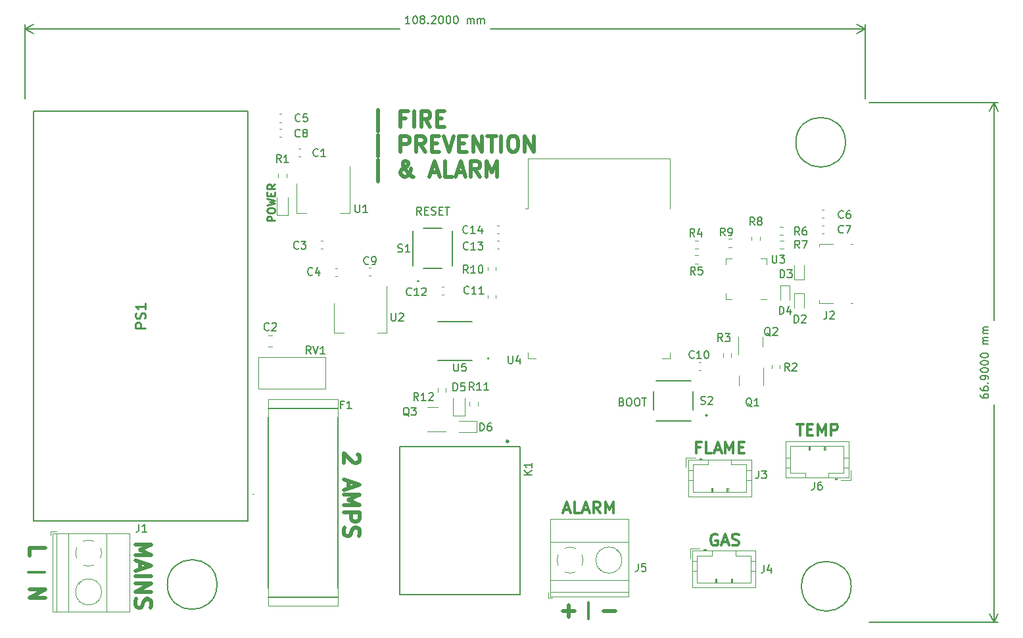
<source format=gbr>
%TF.GenerationSoftware,KiCad,Pcbnew,(6.0.0)*%
%TF.CreationDate,2022-03-31T09:21:52+03:00*%
%TF.ProjectId,FirePrevention,46697265-5072-4657-9665-6e74696f6e2e,rev?*%
%TF.SameCoordinates,Original*%
%TF.FileFunction,Legend,Top*%
%TF.FilePolarity,Positive*%
%FSLAX46Y46*%
G04 Gerber Fmt 4.6, Leading zero omitted, Abs format (unit mm)*
G04 Created by KiCad (PCBNEW (6.0.0)) date 2022-03-31 09:21:52*
%MOMM*%
%LPD*%
G01*
G04 APERTURE LIST*
%ADD10C,0.250000*%
%ADD11C,0.500000*%
%ADD12C,0.375000*%
%ADD13C,0.150000*%
%ADD14C,0.254000*%
%ADD15C,0.200000*%
%ADD16C,0.100000*%
%ADD17C,0.120000*%
%ADD18C,0.127000*%
%ADD19C,0.076200*%
%ADD20C,0.300000*%
G04 APERTURE END LIST*
D10*
X123302380Y-81689523D02*
X122302380Y-81689523D01*
X122302380Y-81308571D01*
X122350000Y-81213333D01*
X122397619Y-81165714D01*
X122492857Y-81118095D01*
X122635714Y-81118095D01*
X122730952Y-81165714D01*
X122778571Y-81213333D01*
X122826190Y-81308571D01*
X122826190Y-81689523D01*
X122302380Y-80499047D02*
X122302380Y-80308571D01*
X122350000Y-80213333D01*
X122445238Y-80118095D01*
X122635714Y-80070476D01*
X122969047Y-80070476D01*
X123159523Y-80118095D01*
X123254761Y-80213333D01*
X123302380Y-80308571D01*
X123302380Y-80499047D01*
X123254761Y-80594285D01*
X123159523Y-80689523D01*
X122969047Y-80737142D01*
X122635714Y-80737142D01*
X122445238Y-80689523D01*
X122350000Y-80594285D01*
X122302380Y-80499047D01*
X122302380Y-79737142D02*
X123302380Y-79499047D01*
X122588095Y-79308571D01*
X123302380Y-79118095D01*
X122302380Y-78880000D01*
X122778571Y-78499047D02*
X122778571Y-78165714D01*
X123302380Y-78022857D02*
X123302380Y-78499047D01*
X122302380Y-78499047D01*
X122302380Y-78022857D01*
X123302380Y-77022857D02*
X122826190Y-77356190D01*
X123302380Y-77594285D02*
X122302380Y-77594285D01*
X122302380Y-77213333D01*
X122350000Y-77118095D01*
X122397619Y-77070476D01*
X122492857Y-77022857D01*
X122635714Y-77022857D01*
X122730952Y-77070476D01*
X122778571Y-77118095D01*
X122826190Y-77213333D01*
X122826190Y-77594285D01*
D11*
X133984761Y-111774285D02*
X134080000Y-111869523D01*
X134175238Y-112060000D01*
X134175238Y-112536190D01*
X134080000Y-112726666D01*
X133984761Y-112821904D01*
X133794285Y-112917142D01*
X133603809Y-112917142D01*
X133318095Y-112821904D01*
X132175238Y-111679047D01*
X132175238Y-112917142D01*
X132746666Y-115202857D02*
X132746666Y-116155238D01*
X132175238Y-115012380D02*
X134175238Y-115679047D01*
X132175238Y-116345714D01*
X132175238Y-117012380D02*
X134175238Y-117012380D01*
X132746666Y-117679047D01*
X134175238Y-118345714D01*
X132175238Y-118345714D01*
X132175238Y-119298095D02*
X134175238Y-119298095D01*
X134175238Y-120060000D01*
X134080000Y-120250476D01*
X133984761Y-120345714D01*
X133794285Y-120440952D01*
X133508571Y-120440952D01*
X133318095Y-120345714D01*
X133222857Y-120250476D01*
X133127619Y-120060000D01*
X133127619Y-119298095D01*
X132270476Y-121202857D02*
X132175238Y-121488571D01*
X132175238Y-121964761D01*
X132270476Y-122155238D01*
X132365714Y-122250476D01*
X132556190Y-122345714D01*
X132746666Y-122345714D01*
X132937142Y-122250476D01*
X133032380Y-122155238D01*
X133127619Y-121964761D01*
X133222857Y-121583809D01*
X133318095Y-121393333D01*
X133413333Y-121298095D01*
X133603809Y-121202857D01*
X133794285Y-121202857D01*
X133984761Y-121298095D01*
X134080000Y-121393333D01*
X134175238Y-121583809D01*
X134175238Y-122060000D01*
X134080000Y-122345714D01*
X136537380Y-70271428D02*
X136537380Y-67414285D01*
X140156428Y-68557142D02*
X139489761Y-68557142D01*
X139489761Y-69604761D02*
X139489761Y-67604761D01*
X140442142Y-67604761D01*
X141204047Y-69604761D02*
X141204047Y-67604761D01*
X143299285Y-69604761D02*
X142632619Y-68652380D01*
X142156428Y-69604761D02*
X142156428Y-67604761D01*
X142918333Y-67604761D01*
X143108809Y-67700000D01*
X143204047Y-67795238D01*
X143299285Y-67985714D01*
X143299285Y-68271428D01*
X143204047Y-68461904D01*
X143108809Y-68557142D01*
X142918333Y-68652380D01*
X142156428Y-68652380D01*
X144156428Y-68557142D02*
X144823095Y-68557142D01*
X145108809Y-69604761D02*
X144156428Y-69604761D01*
X144156428Y-67604761D01*
X145108809Y-67604761D01*
X136537380Y-73491428D02*
X136537380Y-70634285D01*
X139489761Y-72824761D02*
X139489761Y-70824761D01*
X140251666Y-70824761D01*
X140442142Y-70920000D01*
X140537380Y-71015238D01*
X140632619Y-71205714D01*
X140632619Y-71491428D01*
X140537380Y-71681904D01*
X140442142Y-71777142D01*
X140251666Y-71872380D01*
X139489761Y-71872380D01*
X142632619Y-72824761D02*
X141965952Y-71872380D01*
X141489761Y-72824761D02*
X141489761Y-70824761D01*
X142251666Y-70824761D01*
X142442142Y-70920000D01*
X142537380Y-71015238D01*
X142632619Y-71205714D01*
X142632619Y-71491428D01*
X142537380Y-71681904D01*
X142442142Y-71777142D01*
X142251666Y-71872380D01*
X141489761Y-71872380D01*
X143489761Y-71777142D02*
X144156428Y-71777142D01*
X144442142Y-72824761D02*
X143489761Y-72824761D01*
X143489761Y-70824761D01*
X144442142Y-70824761D01*
X145013571Y-70824761D02*
X145680238Y-72824761D01*
X146346904Y-70824761D01*
X147013571Y-71777142D02*
X147680238Y-71777142D01*
X147965952Y-72824761D02*
X147013571Y-72824761D01*
X147013571Y-70824761D01*
X147965952Y-70824761D01*
X148823095Y-72824761D02*
X148823095Y-70824761D01*
X149965952Y-72824761D01*
X149965952Y-70824761D01*
X150632619Y-70824761D02*
X151775476Y-70824761D01*
X151204047Y-72824761D02*
X151204047Y-70824761D01*
X152442142Y-72824761D02*
X152442142Y-70824761D01*
X153775476Y-70824761D02*
X154156428Y-70824761D01*
X154346904Y-70920000D01*
X154537380Y-71110476D01*
X154632619Y-71491428D01*
X154632619Y-72158095D01*
X154537380Y-72539047D01*
X154346904Y-72729523D01*
X154156428Y-72824761D01*
X153775476Y-72824761D01*
X153585000Y-72729523D01*
X153394523Y-72539047D01*
X153299285Y-72158095D01*
X153299285Y-71491428D01*
X153394523Y-71110476D01*
X153585000Y-70920000D01*
X153775476Y-70824761D01*
X155489761Y-72824761D02*
X155489761Y-70824761D01*
X156632619Y-72824761D01*
X156632619Y-70824761D01*
X136537380Y-76711428D02*
X136537380Y-73854285D01*
X141108809Y-76044761D02*
X141013571Y-76044761D01*
X140823095Y-75949523D01*
X140537380Y-75663809D01*
X140061190Y-75092380D01*
X139870714Y-74806666D01*
X139775476Y-74520952D01*
X139775476Y-74330476D01*
X139870714Y-74140000D01*
X140061190Y-74044761D01*
X140156428Y-74044761D01*
X140346904Y-74140000D01*
X140442142Y-74330476D01*
X140442142Y-74425714D01*
X140346904Y-74616190D01*
X140251666Y-74711428D01*
X139680238Y-75092380D01*
X139585000Y-75187619D01*
X139489761Y-75378095D01*
X139489761Y-75663809D01*
X139585000Y-75854285D01*
X139680238Y-75949523D01*
X139870714Y-76044761D01*
X140156428Y-76044761D01*
X140346904Y-75949523D01*
X140442142Y-75854285D01*
X140727857Y-75473333D01*
X140823095Y-75187619D01*
X140823095Y-74997142D01*
X143394523Y-75473333D02*
X144346904Y-75473333D01*
X143204047Y-76044761D02*
X143870714Y-74044761D01*
X144537380Y-76044761D01*
X146156428Y-76044761D02*
X145204047Y-76044761D01*
X145204047Y-74044761D01*
X146727857Y-75473333D02*
X147680238Y-75473333D01*
X146537380Y-76044761D02*
X147204047Y-74044761D01*
X147870714Y-76044761D01*
X149680238Y-76044761D02*
X149013571Y-75092380D01*
X148537380Y-76044761D02*
X148537380Y-74044761D01*
X149299285Y-74044761D01*
X149489761Y-74140000D01*
X149585000Y-74235238D01*
X149680238Y-74425714D01*
X149680238Y-74711428D01*
X149585000Y-74901904D01*
X149489761Y-74997142D01*
X149299285Y-75092380D01*
X148537380Y-75092380D01*
X150537380Y-76044761D02*
X150537380Y-74044761D01*
X151204047Y-75473333D01*
X151870714Y-74044761D01*
X151870714Y-76044761D01*
X91695238Y-129128571D02*
X93695238Y-129128571D01*
X91695238Y-130271428D01*
X93695238Y-130271428D01*
D12*
X163700000Y-132978571D02*
X163700000Y-130835714D01*
D11*
X160338095Y-131942857D02*
X161861904Y-131942857D01*
X161100000Y-132704761D02*
X161100000Y-131180952D01*
D12*
X91521428Y-127000000D02*
X93664285Y-127000000D01*
X180245714Y-122100000D02*
X180102857Y-122028571D01*
X179888571Y-122028571D01*
X179674285Y-122100000D01*
X179531428Y-122242857D01*
X179460000Y-122385714D01*
X179388571Y-122671428D01*
X179388571Y-122885714D01*
X179460000Y-123171428D01*
X179531428Y-123314285D01*
X179674285Y-123457142D01*
X179888571Y-123528571D01*
X180031428Y-123528571D01*
X180245714Y-123457142D01*
X180317142Y-123385714D01*
X180317142Y-122885714D01*
X180031428Y-122885714D01*
X180888571Y-123100000D02*
X181602857Y-123100000D01*
X180745714Y-123528571D02*
X181245714Y-122028571D01*
X181745714Y-123528571D01*
X182174285Y-123457142D02*
X182388571Y-123528571D01*
X182745714Y-123528571D01*
X182888571Y-123457142D01*
X182960000Y-123385714D01*
X183031428Y-123242857D01*
X183031428Y-123100000D01*
X182960000Y-122957142D01*
X182888571Y-122885714D01*
X182745714Y-122814285D01*
X182460000Y-122742857D01*
X182317142Y-122671428D01*
X182245714Y-122600000D01*
X182174285Y-122457142D01*
X182174285Y-122314285D01*
X182245714Y-122171428D01*
X182317142Y-122100000D01*
X182460000Y-122028571D01*
X182817142Y-122028571D01*
X183031428Y-122100000D01*
X190485714Y-107878571D02*
X191342857Y-107878571D01*
X190914285Y-109378571D02*
X190914285Y-107878571D01*
X191842857Y-108592857D02*
X192342857Y-108592857D01*
X192557142Y-109378571D02*
X191842857Y-109378571D01*
X191842857Y-107878571D01*
X192557142Y-107878571D01*
X193200000Y-109378571D02*
X193200000Y-107878571D01*
X193700000Y-108950000D01*
X194200000Y-107878571D01*
X194200000Y-109378571D01*
X194914285Y-109378571D02*
X194914285Y-107878571D01*
X195485714Y-107878571D01*
X195628571Y-107950000D01*
X195700000Y-108021428D01*
X195771428Y-108164285D01*
X195771428Y-108378571D01*
X195700000Y-108521428D01*
X195628571Y-108592857D01*
X195485714Y-108664285D01*
X194914285Y-108664285D01*
D11*
X105335238Y-123440000D02*
X107335238Y-123440000D01*
X105906666Y-124106666D01*
X107335238Y-124773333D01*
X105335238Y-124773333D01*
X105906666Y-125630476D02*
X105906666Y-126582857D01*
X105335238Y-125440000D02*
X107335238Y-126106666D01*
X105335238Y-126773333D01*
X105335238Y-127440000D02*
X107335238Y-127440000D01*
X105335238Y-128392380D02*
X107335238Y-128392380D01*
X105335238Y-129535238D01*
X107335238Y-129535238D01*
X105430476Y-130392380D02*
X105335238Y-130678095D01*
X105335238Y-131154285D01*
X105430476Y-131344761D01*
X105525714Y-131440000D01*
X105716190Y-131535238D01*
X105906666Y-131535238D01*
X106097142Y-131440000D01*
X106192380Y-131344761D01*
X106287619Y-131154285D01*
X106382857Y-130773333D01*
X106478095Y-130582857D01*
X106573333Y-130487619D01*
X106763809Y-130392380D01*
X106954285Y-130392380D01*
X107144761Y-130487619D01*
X107240000Y-130582857D01*
X107335238Y-130773333D01*
X107335238Y-131249523D01*
X107240000Y-131535238D01*
D12*
X178028571Y-110892857D02*
X177528571Y-110892857D01*
X177528571Y-111678571D02*
X177528571Y-110178571D01*
X178242857Y-110178571D01*
X179528571Y-111678571D02*
X178814285Y-111678571D01*
X178814285Y-110178571D01*
X179957142Y-111250000D02*
X180671428Y-111250000D01*
X179814285Y-111678571D02*
X180314285Y-110178571D01*
X180814285Y-111678571D01*
X181314285Y-111678571D02*
X181314285Y-110178571D01*
X181814285Y-111250000D01*
X182314285Y-110178571D01*
X182314285Y-111678571D01*
X183028571Y-110892857D02*
X183528571Y-110892857D01*
X183742857Y-111678571D02*
X183028571Y-111678571D01*
X183028571Y-110178571D01*
X183742857Y-110178571D01*
D13*
X142147619Y-80952380D02*
X141814285Y-80476190D01*
X141576190Y-80952380D02*
X141576190Y-79952380D01*
X141957142Y-79952380D01*
X142052380Y-80000000D01*
X142100000Y-80047619D01*
X142147619Y-80142857D01*
X142147619Y-80285714D01*
X142100000Y-80380952D01*
X142052380Y-80428571D01*
X141957142Y-80476190D01*
X141576190Y-80476190D01*
X142576190Y-80428571D02*
X142909523Y-80428571D01*
X143052380Y-80952380D02*
X142576190Y-80952380D01*
X142576190Y-79952380D01*
X143052380Y-79952380D01*
X143433333Y-80904761D02*
X143576190Y-80952380D01*
X143814285Y-80952380D01*
X143909523Y-80904761D01*
X143957142Y-80857142D01*
X144004761Y-80761904D01*
X144004761Y-80666666D01*
X143957142Y-80571428D01*
X143909523Y-80523809D01*
X143814285Y-80476190D01*
X143623809Y-80428571D01*
X143528571Y-80380952D01*
X143480952Y-80333333D01*
X143433333Y-80238095D01*
X143433333Y-80142857D01*
X143480952Y-80047619D01*
X143528571Y-80000000D01*
X143623809Y-79952380D01*
X143861904Y-79952380D01*
X144004761Y-80000000D01*
X144433333Y-80428571D02*
X144766666Y-80428571D01*
X144909523Y-80952380D02*
X144433333Y-80952380D01*
X144433333Y-79952380D01*
X144909523Y-79952380D01*
X145195238Y-79952380D02*
X145766666Y-79952380D01*
X145480952Y-80952380D02*
X145480952Y-79952380D01*
D12*
X160485714Y-118950000D02*
X161200000Y-118950000D01*
X160342857Y-119378571D02*
X160842857Y-117878571D01*
X161342857Y-119378571D01*
X162557142Y-119378571D02*
X161842857Y-119378571D01*
X161842857Y-117878571D01*
X162985714Y-118950000D02*
X163700000Y-118950000D01*
X162842857Y-119378571D02*
X163342857Y-117878571D01*
X163842857Y-119378571D01*
X165200000Y-119378571D02*
X164700000Y-118664285D01*
X164342857Y-119378571D02*
X164342857Y-117878571D01*
X164914285Y-117878571D01*
X165057142Y-117950000D01*
X165128571Y-118021428D01*
X165200000Y-118164285D01*
X165200000Y-118378571D01*
X165128571Y-118521428D01*
X165057142Y-118592857D01*
X164914285Y-118664285D01*
X164342857Y-118664285D01*
X165842857Y-119378571D02*
X165842857Y-117878571D01*
X166342857Y-118950000D01*
X166842857Y-117878571D01*
X166842857Y-119378571D01*
D11*
X165638095Y-131942857D02*
X167161904Y-131942857D01*
X91695238Y-124819047D02*
X91695238Y-123866666D01*
X93695238Y-123866666D01*
D13*
X167942857Y-105028571D02*
X168085714Y-105076190D01*
X168133333Y-105123809D01*
X168180952Y-105219047D01*
X168180952Y-105361904D01*
X168133333Y-105457142D01*
X168085714Y-105504761D01*
X167990476Y-105552380D01*
X167609523Y-105552380D01*
X167609523Y-104552380D01*
X167942857Y-104552380D01*
X168038095Y-104600000D01*
X168085714Y-104647619D01*
X168133333Y-104742857D01*
X168133333Y-104838095D01*
X168085714Y-104933333D01*
X168038095Y-104980952D01*
X167942857Y-105028571D01*
X167609523Y-105028571D01*
X168800000Y-104552380D02*
X168990476Y-104552380D01*
X169085714Y-104600000D01*
X169180952Y-104695238D01*
X169228571Y-104885714D01*
X169228571Y-105219047D01*
X169180952Y-105409523D01*
X169085714Y-105504761D01*
X168990476Y-105552380D01*
X168800000Y-105552380D01*
X168704761Y-105504761D01*
X168609523Y-105409523D01*
X168561904Y-105219047D01*
X168561904Y-104885714D01*
X168609523Y-104695238D01*
X168704761Y-104600000D01*
X168800000Y-104552380D01*
X169847619Y-104552380D02*
X170038095Y-104552380D01*
X170133333Y-104600000D01*
X170228571Y-104695238D01*
X170276190Y-104885714D01*
X170276190Y-105219047D01*
X170228571Y-105409523D01*
X170133333Y-105504761D01*
X170038095Y-105552380D01*
X169847619Y-105552380D01*
X169752380Y-105504761D01*
X169657142Y-105409523D01*
X169609523Y-105219047D01*
X169609523Y-104885714D01*
X169657142Y-104695238D01*
X169752380Y-104600000D01*
X169847619Y-104552380D01*
X170561904Y-104552380D02*
X171133333Y-104552380D01*
X170847619Y-105552380D02*
X170847619Y-104552380D01*
X140675252Y-56352909D02*
X140103823Y-56352961D01*
X140389538Y-56352935D02*
X140389445Y-55352935D01*
X140294220Y-55495801D01*
X140198991Y-55591048D01*
X140103757Y-55638676D01*
X141294207Y-55352851D02*
X141389445Y-55352843D01*
X141484688Y-55400453D01*
X141532311Y-55448067D01*
X141579939Y-55543301D01*
X141627576Y-55733773D01*
X141627598Y-55971868D01*
X141579996Y-56162349D01*
X141532386Y-56257591D01*
X141484771Y-56305215D01*
X141389538Y-56352843D01*
X141294299Y-56352851D01*
X141199057Y-56305241D01*
X141151433Y-56257626D01*
X141103806Y-56162393D01*
X141056169Y-55971921D01*
X141056147Y-55733826D01*
X141103748Y-55543345D01*
X141151359Y-55448103D01*
X141198973Y-55400479D01*
X141294207Y-55352851D01*
X142199009Y-55781339D02*
X142103766Y-55733729D01*
X142056143Y-55686114D01*
X142008515Y-55590881D01*
X142008510Y-55543262D01*
X142056121Y-55448019D01*
X142103735Y-55400396D01*
X142198969Y-55352768D01*
X142389445Y-55352750D01*
X142484688Y-55400360D01*
X142532311Y-55447975D01*
X142579939Y-55543209D01*
X142579943Y-55590828D01*
X142532333Y-55686070D01*
X142484718Y-55733694D01*
X142389485Y-55781322D01*
X142199009Y-55781339D01*
X142103775Y-55828967D01*
X142056160Y-55876590D01*
X142008550Y-55971833D01*
X142008568Y-56162309D01*
X142056195Y-56257543D01*
X142103819Y-56305157D01*
X142199061Y-56352768D01*
X142389538Y-56352750D01*
X142484771Y-56305122D01*
X142532386Y-56257499D01*
X142579996Y-56162256D01*
X142579978Y-55971780D01*
X142532351Y-55876546D01*
X142484727Y-55828932D01*
X142389485Y-55781322D01*
X143008576Y-56257455D02*
X143056200Y-56305069D01*
X143008585Y-56352693D01*
X142960962Y-56305078D01*
X143008576Y-56257455D01*
X143008585Y-56352693D01*
X143437073Y-55447891D02*
X143484688Y-55400268D01*
X143579921Y-55352640D01*
X143818017Y-55352618D01*
X143913259Y-55400228D01*
X143960882Y-55447843D01*
X144008510Y-55543077D01*
X144008519Y-55638315D01*
X143960913Y-55781176D01*
X143389538Y-56352658D01*
X144008585Y-56352600D01*
X144627540Y-55352543D02*
X144722778Y-55352534D01*
X144818021Y-55400145D01*
X144865644Y-55447759D01*
X144913272Y-55542993D01*
X144960909Y-55733465D01*
X144960931Y-55971560D01*
X144913329Y-56162041D01*
X144865719Y-56257283D01*
X144818105Y-56304907D01*
X144722871Y-56352534D01*
X144627633Y-56352543D01*
X144532390Y-56304933D01*
X144484767Y-56257318D01*
X144437139Y-56162085D01*
X144389502Y-55971613D01*
X144389480Y-55733518D01*
X144437082Y-55543037D01*
X144484692Y-55447795D01*
X144532307Y-55400171D01*
X144627540Y-55352543D01*
X145579921Y-55352455D02*
X145675159Y-55352446D01*
X145770402Y-55400057D01*
X145818025Y-55447671D01*
X145865653Y-55542905D01*
X145913290Y-55733377D01*
X145913312Y-55971472D01*
X145865710Y-56161953D01*
X145818100Y-56257195D01*
X145770485Y-56304819D01*
X145675252Y-56352446D01*
X145580014Y-56352455D01*
X145484771Y-56304845D01*
X145437148Y-56257230D01*
X145389520Y-56161997D01*
X145341883Y-55971525D01*
X145341861Y-55733430D01*
X145389463Y-55542949D01*
X145437073Y-55447707D01*
X145484688Y-55400083D01*
X145579921Y-55352455D01*
X146532302Y-55352367D02*
X146627540Y-55352358D01*
X146722783Y-55399969D01*
X146770406Y-55447583D01*
X146818034Y-55542817D01*
X146865671Y-55733289D01*
X146865693Y-55971384D01*
X146818091Y-56161865D01*
X146770481Y-56257107D01*
X146722866Y-56304731D01*
X146627633Y-56352358D01*
X146532395Y-56352367D01*
X146437152Y-56304757D01*
X146389529Y-56257142D01*
X146341901Y-56161909D01*
X146294264Y-55971437D01*
X146294242Y-55733342D01*
X146341844Y-55542861D01*
X146389454Y-55447619D01*
X146437069Y-55399995D01*
X146532302Y-55352367D01*
X148056204Y-56352226D02*
X148056143Y-55685560D01*
X148056151Y-55780798D02*
X148103766Y-55733174D01*
X148199000Y-55685547D01*
X148341857Y-55685533D01*
X148437099Y-55733144D01*
X148484727Y-55828377D01*
X148484776Y-56352187D01*
X148484727Y-55828377D02*
X148532337Y-55733135D01*
X148627571Y-55685507D01*
X148770428Y-55685494D01*
X148865671Y-55733104D01*
X148913299Y-55828338D01*
X148913347Y-56352147D01*
X149389537Y-56352103D02*
X149389476Y-55685436D01*
X149389485Y-55780675D02*
X149437099Y-55733051D01*
X149532333Y-55685423D01*
X149675190Y-55685410D01*
X149770433Y-55733020D01*
X149818060Y-55828254D01*
X149818109Y-56352064D01*
X149818060Y-55828254D02*
X149865671Y-55733012D01*
X149960904Y-55685384D01*
X150103762Y-55685370D01*
X150199004Y-55732981D01*
X150246632Y-55828214D01*
X150246680Y-56352024D01*
X91099954Y-66010000D02*
X91099072Y-56468690D01*
X199299954Y-66000000D02*
X199299072Y-56458690D01*
X91099126Y-57055110D02*
X139338412Y-57050652D01*
X151059841Y-57049568D02*
X199299126Y-57045110D01*
X91099126Y-57055110D02*
X92225684Y-57641427D01*
X91099126Y-57055110D02*
X92225576Y-56468585D01*
X199299126Y-57045110D02*
X198172568Y-56458793D01*
X199299126Y-57045110D02*
X198172676Y-57631635D01*
X214162380Y-104092857D02*
X214162380Y-104283333D01*
X214210000Y-104378571D01*
X214257619Y-104426190D01*
X214400476Y-104521428D01*
X214590952Y-104569047D01*
X214971904Y-104569047D01*
X215067142Y-104521428D01*
X215114761Y-104473809D01*
X215162380Y-104378571D01*
X215162380Y-104188095D01*
X215114761Y-104092857D01*
X215067142Y-104045238D01*
X214971904Y-103997619D01*
X214733809Y-103997619D01*
X214638571Y-104045238D01*
X214590952Y-104092857D01*
X214543333Y-104188095D01*
X214543333Y-104378571D01*
X214590952Y-104473809D01*
X214638571Y-104521428D01*
X214733809Y-104569047D01*
X214162380Y-103140476D02*
X214162380Y-103330952D01*
X214210000Y-103426190D01*
X214257619Y-103473809D01*
X214400476Y-103569047D01*
X214590952Y-103616666D01*
X214971904Y-103616666D01*
X215067142Y-103569047D01*
X215114761Y-103521428D01*
X215162380Y-103426190D01*
X215162380Y-103235714D01*
X215114761Y-103140476D01*
X215067142Y-103092857D01*
X214971904Y-103045238D01*
X214733809Y-103045238D01*
X214638571Y-103092857D01*
X214590952Y-103140476D01*
X214543333Y-103235714D01*
X214543333Y-103426190D01*
X214590952Y-103521428D01*
X214638571Y-103569047D01*
X214733809Y-103616666D01*
X215067142Y-102616666D02*
X215114761Y-102569047D01*
X215162380Y-102616666D01*
X215114761Y-102664285D01*
X215067142Y-102616666D01*
X215162380Y-102616666D01*
X215162380Y-102092857D02*
X215162380Y-101902380D01*
X215114761Y-101807142D01*
X215067142Y-101759523D01*
X214924285Y-101664285D01*
X214733809Y-101616666D01*
X214352857Y-101616666D01*
X214257619Y-101664285D01*
X214210000Y-101711904D01*
X214162380Y-101807142D01*
X214162380Y-101997619D01*
X214210000Y-102092857D01*
X214257619Y-102140476D01*
X214352857Y-102188095D01*
X214590952Y-102188095D01*
X214686190Y-102140476D01*
X214733809Y-102092857D01*
X214781428Y-101997619D01*
X214781428Y-101807142D01*
X214733809Y-101711904D01*
X214686190Y-101664285D01*
X214590952Y-101616666D01*
X214162380Y-100997619D02*
X214162380Y-100902380D01*
X214210000Y-100807142D01*
X214257619Y-100759523D01*
X214352857Y-100711904D01*
X214543333Y-100664285D01*
X214781428Y-100664285D01*
X214971904Y-100711904D01*
X215067142Y-100759523D01*
X215114761Y-100807142D01*
X215162380Y-100902380D01*
X215162380Y-100997619D01*
X215114761Y-101092857D01*
X215067142Y-101140476D01*
X214971904Y-101188095D01*
X214781428Y-101235714D01*
X214543333Y-101235714D01*
X214352857Y-101188095D01*
X214257619Y-101140476D01*
X214210000Y-101092857D01*
X214162380Y-100997619D01*
X214162380Y-100045238D02*
X214162380Y-99950000D01*
X214210000Y-99854761D01*
X214257619Y-99807142D01*
X214352857Y-99759523D01*
X214543333Y-99711904D01*
X214781428Y-99711904D01*
X214971904Y-99759523D01*
X215067142Y-99807142D01*
X215114761Y-99854761D01*
X215162380Y-99950000D01*
X215162380Y-100045238D01*
X215114761Y-100140476D01*
X215067142Y-100188095D01*
X214971904Y-100235714D01*
X214781428Y-100283333D01*
X214543333Y-100283333D01*
X214352857Y-100235714D01*
X214257619Y-100188095D01*
X214210000Y-100140476D01*
X214162380Y-100045238D01*
X214162380Y-99092857D02*
X214162380Y-98997619D01*
X214210000Y-98902380D01*
X214257619Y-98854761D01*
X214352857Y-98807142D01*
X214543333Y-98759523D01*
X214781428Y-98759523D01*
X214971904Y-98807142D01*
X215067142Y-98854761D01*
X215114761Y-98902380D01*
X215162380Y-98997619D01*
X215162380Y-99092857D01*
X215114761Y-99188095D01*
X215067142Y-99235714D01*
X214971904Y-99283333D01*
X214781428Y-99330952D01*
X214543333Y-99330952D01*
X214352857Y-99283333D01*
X214257619Y-99235714D01*
X214210000Y-99188095D01*
X214162380Y-99092857D01*
X215162380Y-97569047D02*
X214495714Y-97569047D01*
X214590952Y-97569047D02*
X214543333Y-97521428D01*
X214495714Y-97426190D01*
X214495714Y-97283333D01*
X214543333Y-97188095D01*
X214638571Y-97140476D01*
X215162380Y-97140476D01*
X214638571Y-97140476D02*
X214543333Y-97092857D01*
X214495714Y-96997619D01*
X214495714Y-96854761D01*
X214543333Y-96759523D01*
X214638571Y-96711904D01*
X215162380Y-96711904D01*
X215162380Y-96235714D02*
X214495714Y-96235714D01*
X214590952Y-96235714D02*
X214543333Y-96188095D01*
X214495714Y-96092857D01*
X214495714Y-95950000D01*
X214543333Y-95854761D01*
X214638571Y-95807142D01*
X215162380Y-95807142D01*
X214638571Y-95807142D02*
X214543333Y-95759523D01*
X214495714Y-95664285D01*
X214495714Y-95521428D01*
X214543333Y-95426190D01*
X214638571Y-95378571D01*
X215162380Y-95378571D01*
X199800000Y-66500000D02*
X216446420Y-66500000D01*
X199800000Y-133400000D02*
X216446420Y-133400000D01*
X215860000Y-66500000D02*
X215860000Y-94565476D01*
X215860000Y-105334524D02*
X215860000Y-133400000D01*
X215860000Y-66500000D02*
X215273579Y-67626504D01*
X215860000Y-66500000D02*
X216446421Y-67626504D01*
X215860000Y-133400000D02*
X216446421Y-132273496D01*
X215860000Y-133400000D02*
X215273579Y-132273496D01*
D14*
%TO.C,PS1*%
X106604523Y-95512142D02*
X105334523Y-95512142D01*
X105334523Y-95028333D01*
X105395000Y-94907380D01*
X105455476Y-94846904D01*
X105576428Y-94786428D01*
X105757857Y-94786428D01*
X105878809Y-94846904D01*
X105939285Y-94907380D01*
X105999761Y-95028333D01*
X105999761Y-95512142D01*
X106544047Y-94302619D02*
X106604523Y-94121190D01*
X106604523Y-93818809D01*
X106544047Y-93697857D01*
X106483571Y-93637380D01*
X106362619Y-93576904D01*
X106241666Y-93576904D01*
X106120714Y-93637380D01*
X106060238Y-93697857D01*
X105999761Y-93818809D01*
X105939285Y-94060714D01*
X105878809Y-94181666D01*
X105818333Y-94242142D01*
X105697380Y-94302619D01*
X105576428Y-94302619D01*
X105455476Y-94242142D01*
X105395000Y-94181666D01*
X105334523Y-94060714D01*
X105334523Y-93758333D01*
X105395000Y-93576904D01*
X106604523Y-92367380D02*
X106604523Y-93093095D01*
X106604523Y-92730238D02*
X105334523Y-92730238D01*
X105515952Y-92851190D01*
X105636904Y-92972142D01*
X105697380Y-93093095D01*
D13*
%TO.C,U4*%
X153358095Y-99102380D02*
X153358095Y-99911904D01*
X153405714Y-100007142D01*
X153453333Y-100054761D01*
X153548571Y-100102380D01*
X153739047Y-100102380D01*
X153834285Y-100054761D01*
X153881904Y-100007142D01*
X153929523Y-99911904D01*
X153929523Y-99102380D01*
X154834285Y-99435714D02*
X154834285Y-100102380D01*
X154596190Y-99054761D02*
X154358095Y-99769047D01*
X154977142Y-99769047D01*
%TO.C,C6*%
X196483333Y-81317142D02*
X196435714Y-81364761D01*
X196292857Y-81412380D01*
X196197619Y-81412380D01*
X196054761Y-81364761D01*
X195959523Y-81269523D01*
X195911904Y-81174285D01*
X195864285Y-80983809D01*
X195864285Y-80840952D01*
X195911904Y-80650476D01*
X195959523Y-80555238D01*
X196054761Y-80460000D01*
X196197619Y-80412380D01*
X196292857Y-80412380D01*
X196435714Y-80460000D01*
X196483333Y-80507619D01*
X197340476Y-80412380D02*
X197150000Y-80412380D01*
X197054761Y-80460000D01*
X197007142Y-80507619D01*
X196911904Y-80650476D01*
X196864285Y-80840952D01*
X196864285Y-81221904D01*
X196911904Y-81317142D01*
X196959523Y-81364761D01*
X197054761Y-81412380D01*
X197245238Y-81412380D01*
X197340476Y-81364761D01*
X197388095Y-81317142D01*
X197435714Y-81221904D01*
X197435714Y-80983809D01*
X197388095Y-80888571D01*
X197340476Y-80840952D01*
X197245238Y-80793333D01*
X197054761Y-80793333D01*
X196959523Y-80840952D01*
X196911904Y-80888571D01*
X196864285Y-80983809D01*
%TO.C,R4*%
X177333333Y-83752380D02*
X177000000Y-83276190D01*
X176761904Y-83752380D02*
X176761904Y-82752380D01*
X177142857Y-82752380D01*
X177238095Y-82800000D01*
X177285714Y-82847619D01*
X177333333Y-82942857D01*
X177333333Y-83085714D01*
X177285714Y-83180952D01*
X177238095Y-83228571D01*
X177142857Y-83276190D01*
X176761904Y-83276190D01*
X178190476Y-83085714D02*
X178190476Y-83752380D01*
X177952380Y-82704761D02*
X177714285Y-83419047D01*
X178333333Y-83419047D01*
%TO.C,U3*%
X187338095Y-86152380D02*
X187338095Y-86961904D01*
X187385714Y-87057142D01*
X187433333Y-87104761D01*
X187528571Y-87152380D01*
X187719047Y-87152380D01*
X187814285Y-87104761D01*
X187861904Y-87057142D01*
X187909523Y-86961904D01*
X187909523Y-86152380D01*
X188290476Y-86152380D02*
X188909523Y-86152380D01*
X188576190Y-86533333D01*
X188719047Y-86533333D01*
X188814285Y-86580952D01*
X188861904Y-86628571D01*
X188909523Y-86723809D01*
X188909523Y-86961904D01*
X188861904Y-87057142D01*
X188814285Y-87104761D01*
X188719047Y-87152380D01*
X188433333Y-87152380D01*
X188338095Y-87104761D01*
X188290476Y-87057142D01*
%TO.C,C5*%
X126533333Y-68857142D02*
X126485714Y-68904761D01*
X126342857Y-68952380D01*
X126247619Y-68952380D01*
X126104761Y-68904761D01*
X126009523Y-68809523D01*
X125961904Y-68714285D01*
X125914285Y-68523809D01*
X125914285Y-68380952D01*
X125961904Y-68190476D01*
X126009523Y-68095238D01*
X126104761Y-68000000D01*
X126247619Y-67952380D01*
X126342857Y-67952380D01*
X126485714Y-68000000D01*
X126533333Y-68047619D01*
X127438095Y-67952380D02*
X126961904Y-67952380D01*
X126914285Y-68428571D01*
X126961904Y-68380952D01*
X127057142Y-68333333D01*
X127295238Y-68333333D01*
X127390476Y-68380952D01*
X127438095Y-68428571D01*
X127485714Y-68523809D01*
X127485714Y-68761904D01*
X127438095Y-68857142D01*
X127390476Y-68904761D01*
X127295238Y-68952380D01*
X127057142Y-68952380D01*
X126961904Y-68904761D01*
X126914285Y-68857142D01*
%TO.C,S1*%
X139138095Y-85704761D02*
X139280952Y-85752380D01*
X139519047Y-85752380D01*
X139614285Y-85704761D01*
X139661904Y-85657142D01*
X139709523Y-85561904D01*
X139709523Y-85466666D01*
X139661904Y-85371428D01*
X139614285Y-85323809D01*
X139519047Y-85276190D01*
X139328571Y-85228571D01*
X139233333Y-85180952D01*
X139185714Y-85133333D01*
X139138095Y-85038095D01*
X139138095Y-84942857D01*
X139185714Y-84847619D01*
X139233333Y-84800000D01*
X139328571Y-84752380D01*
X139566666Y-84752380D01*
X139709523Y-84800000D01*
X140661904Y-85752380D02*
X140090476Y-85752380D01*
X140376190Y-85752380D02*
X140376190Y-84752380D01*
X140280952Y-84895238D01*
X140185714Y-84990476D01*
X140090476Y-85038095D01*
%TO.C,RV1*%
X127904761Y-98852380D02*
X127571428Y-98376190D01*
X127333333Y-98852380D02*
X127333333Y-97852380D01*
X127714285Y-97852380D01*
X127809523Y-97900000D01*
X127857142Y-97947619D01*
X127904761Y-98042857D01*
X127904761Y-98185714D01*
X127857142Y-98280952D01*
X127809523Y-98328571D01*
X127714285Y-98376190D01*
X127333333Y-98376190D01*
X128190476Y-97852380D02*
X128523809Y-98852380D01*
X128857142Y-97852380D01*
X129714285Y-98852380D02*
X129142857Y-98852380D01*
X129428571Y-98852380D02*
X129428571Y-97852380D01*
X129333333Y-97995238D01*
X129238095Y-98090476D01*
X129142857Y-98138095D01*
%TO.C,C1*%
X128833333Y-73357142D02*
X128785714Y-73404761D01*
X128642857Y-73452380D01*
X128547619Y-73452380D01*
X128404761Y-73404761D01*
X128309523Y-73309523D01*
X128261904Y-73214285D01*
X128214285Y-73023809D01*
X128214285Y-72880952D01*
X128261904Y-72690476D01*
X128309523Y-72595238D01*
X128404761Y-72500000D01*
X128547619Y-72452380D01*
X128642857Y-72452380D01*
X128785714Y-72500000D01*
X128833333Y-72547619D01*
X129785714Y-73452380D02*
X129214285Y-73452380D01*
X129500000Y-73452380D02*
X129500000Y-72452380D01*
X129404761Y-72595238D01*
X129309523Y-72690476D01*
X129214285Y-72738095D01*
%TO.C,R9*%
X181233333Y-83652380D02*
X180900000Y-83176190D01*
X180661904Y-83652380D02*
X180661904Y-82652380D01*
X181042857Y-82652380D01*
X181138095Y-82700000D01*
X181185714Y-82747619D01*
X181233333Y-82842857D01*
X181233333Y-82985714D01*
X181185714Y-83080952D01*
X181138095Y-83128571D01*
X181042857Y-83176190D01*
X180661904Y-83176190D01*
X181709523Y-83652380D02*
X181900000Y-83652380D01*
X181995238Y-83604761D01*
X182042857Y-83557142D01*
X182138095Y-83414285D01*
X182185714Y-83223809D01*
X182185714Y-82842857D01*
X182138095Y-82747619D01*
X182090476Y-82700000D01*
X181995238Y-82652380D01*
X181804761Y-82652380D01*
X181709523Y-82700000D01*
X181661904Y-82747619D01*
X181614285Y-82842857D01*
X181614285Y-83080952D01*
X181661904Y-83176190D01*
X181709523Y-83223809D01*
X181804761Y-83271428D01*
X181995238Y-83271428D01*
X182090476Y-83223809D01*
X182138095Y-83176190D01*
X182185714Y-83080952D01*
%TO.C,D5*%
X146251904Y-103602380D02*
X146251904Y-102602380D01*
X146490000Y-102602380D01*
X146632857Y-102650000D01*
X146728095Y-102745238D01*
X146775714Y-102840476D01*
X146823333Y-103030952D01*
X146823333Y-103173809D01*
X146775714Y-103364285D01*
X146728095Y-103459523D01*
X146632857Y-103554761D01*
X146490000Y-103602380D01*
X146251904Y-103602380D01*
X147728095Y-102602380D02*
X147251904Y-102602380D01*
X147204285Y-103078571D01*
X147251904Y-103030952D01*
X147347142Y-102983333D01*
X147585238Y-102983333D01*
X147680476Y-103030952D01*
X147728095Y-103078571D01*
X147775714Y-103173809D01*
X147775714Y-103411904D01*
X147728095Y-103507142D01*
X147680476Y-103554761D01*
X147585238Y-103602380D01*
X147347142Y-103602380D01*
X147251904Y-103554761D01*
X147204285Y-103507142D01*
%TO.C,J2*%
X194326666Y-93382380D02*
X194326666Y-94096666D01*
X194279047Y-94239523D01*
X194183809Y-94334761D01*
X194040952Y-94382380D01*
X193945714Y-94382380D01*
X194755238Y-93477619D02*
X194802857Y-93430000D01*
X194898095Y-93382380D01*
X195136190Y-93382380D01*
X195231428Y-93430000D01*
X195279047Y-93477619D01*
X195326666Y-93572857D01*
X195326666Y-93668095D01*
X195279047Y-93810952D01*
X194707619Y-94382380D01*
X195326666Y-94382380D01*
%TO.C,C3*%
X126333333Y-85257142D02*
X126285714Y-85304761D01*
X126142857Y-85352380D01*
X126047619Y-85352380D01*
X125904761Y-85304761D01*
X125809523Y-85209523D01*
X125761904Y-85114285D01*
X125714285Y-84923809D01*
X125714285Y-84780952D01*
X125761904Y-84590476D01*
X125809523Y-84495238D01*
X125904761Y-84400000D01*
X126047619Y-84352380D01*
X126142857Y-84352380D01*
X126285714Y-84400000D01*
X126333333Y-84447619D01*
X126666666Y-84352380D02*
X127285714Y-84352380D01*
X126952380Y-84733333D01*
X127095238Y-84733333D01*
X127190476Y-84780952D01*
X127238095Y-84828571D01*
X127285714Y-84923809D01*
X127285714Y-85161904D01*
X127238095Y-85257142D01*
X127190476Y-85304761D01*
X127095238Y-85352380D01*
X126809523Y-85352380D01*
X126714285Y-85304761D01*
X126666666Y-85257142D01*
%TO.C,D2*%
X190161904Y-94852380D02*
X190161904Y-93852380D01*
X190400000Y-93852380D01*
X190542857Y-93900000D01*
X190638095Y-93995238D01*
X190685714Y-94090476D01*
X190733333Y-94280952D01*
X190733333Y-94423809D01*
X190685714Y-94614285D01*
X190638095Y-94709523D01*
X190542857Y-94804761D01*
X190400000Y-94852380D01*
X190161904Y-94852380D01*
X191114285Y-93947619D02*
X191161904Y-93900000D01*
X191257142Y-93852380D01*
X191495238Y-93852380D01*
X191590476Y-93900000D01*
X191638095Y-93947619D01*
X191685714Y-94042857D01*
X191685714Y-94138095D01*
X191638095Y-94280952D01*
X191066666Y-94852380D01*
X191685714Y-94852380D01*
%TO.C,F1*%
X132116666Y-105398571D02*
X131783333Y-105398571D01*
X131783333Y-105922380D02*
X131783333Y-104922380D01*
X132259523Y-104922380D01*
X133164285Y-105922380D02*
X132592857Y-105922380D01*
X132878571Y-105922380D02*
X132878571Y-104922380D01*
X132783333Y-105065238D01*
X132688095Y-105160476D01*
X132592857Y-105208095D01*
%TO.C,C14*%
X148122142Y-83257142D02*
X148074523Y-83304761D01*
X147931666Y-83352380D01*
X147836428Y-83352380D01*
X147693571Y-83304761D01*
X147598333Y-83209523D01*
X147550714Y-83114285D01*
X147503095Y-82923809D01*
X147503095Y-82780952D01*
X147550714Y-82590476D01*
X147598333Y-82495238D01*
X147693571Y-82400000D01*
X147836428Y-82352380D01*
X147931666Y-82352380D01*
X148074523Y-82400000D01*
X148122142Y-82447619D01*
X149074523Y-83352380D02*
X148503095Y-83352380D01*
X148788809Y-83352380D02*
X148788809Y-82352380D01*
X148693571Y-82495238D01*
X148598333Y-82590476D01*
X148503095Y-82638095D01*
X149931666Y-82685714D02*
X149931666Y-83352380D01*
X149693571Y-82304761D02*
X149455476Y-83019047D01*
X150074523Y-83019047D01*
%TO.C,C4*%
X128133333Y-88657142D02*
X128085714Y-88704761D01*
X127942857Y-88752380D01*
X127847619Y-88752380D01*
X127704761Y-88704761D01*
X127609523Y-88609523D01*
X127561904Y-88514285D01*
X127514285Y-88323809D01*
X127514285Y-88180952D01*
X127561904Y-87990476D01*
X127609523Y-87895238D01*
X127704761Y-87800000D01*
X127847619Y-87752380D01*
X127942857Y-87752380D01*
X128085714Y-87800000D01*
X128133333Y-87847619D01*
X128990476Y-88085714D02*
X128990476Y-88752380D01*
X128752380Y-87704761D02*
X128514285Y-88419047D01*
X129133333Y-88419047D01*
%TO.C,Q3*%
X140554761Y-106857619D02*
X140459523Y-106810000D01*
X140364285Y-106714761D01*
X140221428Y-106571904D01*
X140126190Y-106524285D01*
X140030952Y-106524285D01*
X140078571Y-106762380D02*
X139983333Y-106714761D01*
X139888095Y-106619523D01*
X139840476Y-106429047D01*
X139840476Y-106095714D01*
X139888095Y-105905238D01*
X139983333Y-105810000D01*
X140078571Y-105762380D01*
X140269047Y-105762380D01*
X140364285Y-105810000D01*
X140459523Y-105905238D01*
X140507142Y-106095714D01*
X140507142Y-106429047D01*
X140459523Y-106619523D01*
X140364285Y-106714761D01*
X140269047Y-106762380D01*
X140078571Y-106762380D01*
X140840476Y-105762380D02*
X141459523Y-105762380D01*
X141126190Y-106143333D01*
X141269047Y-106143333D01*
X141364285Y-106190952D01*
X141411904Y-106238571D01*
X141459523Y-106333809D01*
X141459523Y-106571904D01*
X141411904Y-106667142D01*
X141364285Y-106714761D01*
X141269047Y-106762380D01*
X140983333Y-106762380D01*
X140888095Y-106714761D01*
X140840476Y-106667142D01*
%TO.C,R8*%
X185043333Y-82282380D02*
X184710000Y-81806190D01*
X184471904Y-82282380D02*
X184471904Y-81282380D01*
X184852857Y-81282380D01*
X184948095Y-81330000D01*
X184995714Y-81377619D01*
X185043333Y-81472857D01*
X185043333Y-81615714D01*
X184995714Y-81710952D01*
X184948095Y-81758571D01*
X184852857Y-81806190D01*
X184471904Y-81806190D01*
X185614761Y-81710952D02*
X185519523Y-81663333D01*
X185471904Y-81615714D01*
X185424285Y-81520476D01*
X185424285Y-81472857D01*
X185471904Y-81377619D01*
X185519523Y-81330000D01*
X185614761Y-81282380D01*
X185805238Y-81282380D01*
X185900476Y-81330000D01*
X185948095Y-81377619D01*
X185995714Y-81472857D01*
X185995714Y-81520476D01*
X185948095Y-81615714D01*
X185900476Y-81663333D01*
X185805238Y-81710952D01*
X185614761Y-81710952D01*
X185519523Y-81758571D01*
X185471904Y-81806190D01*
X185424285Y-81901428D01*
X185424285Y-82091904D01*
X185471904Y-82187142D01*
X185519523Y-82234761D01*
X185614761Y-82282380D01*
X185805238Y-82282380D01*
X185900476Y-82234761D01*
X185948095Y-82187142D01*
X185995714Y-82091904D01*
X185995714Y-81901428D01*
X185948095Y-81806190D01*
X185900476Y-81758571D01*
X185805238Y-81710952D01*
%TO.C,R10*%
X148157142Y-88452380D02*
X147823809Y-87976190D01*
X147585714Y-88452380D02*
X147585714Y-87452380D01*
X147966666Y-87452380D01*
X148061904Y-87500000D01*
X148109523Y-87547619D01*
X148157142Y-87642857D01*
X148157142Y-87785714D01*
X148109523Y-87880952D01*
X148061904Y-87928571D01*
X147966666Y-87976190D01*
X147585714Y-87976190D01*
X149109523Y-88452380D02*
X148538095Y-88452380D01*
X148823809Y-88452380D02*
X148823809Y-87452380D01*
X148728571Y-87595238D01*
X148633333Y-87690476D01*
X148538095Y-87738095D01*
X149728571Y-87452380D02*
X149823809Y-87452380D01*
X149919047Y-87500000D01*
X149966666Y-87547619D01*
X150014285Y-87642857D01*
X150061904Y-87833333D01*
X150061904Y-88071428D01*
X150014285Y-88261904D01*
X149966666Y-88357142D01*
X149919047Y-88404761D01*
X149823809Y-88452380D01*
X149728571Y-88452380D01*
X149633333Y-88404761D01*
X149585714Y-88357142D01*
X149538095Y-88261904D01*
X149490476Y-88071428D01*
X149490476Y-87833333D01*
X149538095Y-87642857D01*
X149585714Y-87547619D01*
X149633333Y-87500000D01*
X149728571Y-87452380D01*
%TO.C,C13*%
X148157142Y-85357142D02*
X148109523Y-85404761D01*
X147966666Y-85452380D01*
X147871428Y-85452380D01*
X147728571Y-85404761D01*
X147633333Y-85309523D01*
X147585714Y-85214285D01*
X147538095Y-85023809D01*
X147538095Y-84880952D01*
X147585714Y-84690476D01*
X147633333Y-84595238D01*
X147728571Y-84500000D01*
X147871428Y-84452380D01*
X147966666Y-84452380D01*
X148109523Y-84500000D01*
X148157142Y-84547619D01*
X149109523Y-85452380D02*
X148538095Y-85452380D01*
X148823809Y-85452380D02*
X148823809Y-84452380D01*
X148728571Y-84595238D01*
X148633333Y-84690476D01*
X148538095Y-84738095D01*
X149442857Y-84452380D02*
X150061904Y-84452380D01*
X149728571Y-84833333D01*
X149871428Y-84833333D01*
X149966666Y-84880952D01*
X150014285Y-84928571D01*
X150061904Y-85023809D01*
X150061904Y-85261904D01*
X150014285Y-85357142D01*
X149966666Y-85404761D01*
X149871428Y-85452380D01*
X149585714Y-85452380D01*
X149490476Y-85404761D01*
X149442857Y-85357142D01*
%TO.C,D3*%
X188361904Y-89052380D02*
X188361904Y-88052380D01*
X188600000Y-88052380D01*
X188742857Y-88100000D01*
X188838095Y-88195238D01*
X188885714Y-88290476D01*
X188933333Y-88480952D01*
X188933333Y-88623809D01*
X188885714Y-88814285D01*
X188838095Y-88909523D01*
X188742857Y-89004761D01*
X188600000Y-89052380D01*
X188361904Y-89052380D01*
X189266666Y-88052380D02*
X189885714Y-88052380D01*
X189552380Y-88433333D01*
X189695238Y-88433333D01*
X189790476Y-88480952D01*
X189838095Y-88528571D01*
X189885714Y-88623809D01*
X189885714Y-88861904D01*
X189838095Y-88957142D01*
X189790476Y-89004761D01*
X189695238Y-89052380D01*
X189409523Y-89052380D01*
X189314285Y-89004761D01*
X189266666Y-88957142D01*
%TO.C,J4*%
X186276666Y-126022380D02*
X186276666Y-126736666D01*
X186229047Y-126879523D01*
X186133809Y-126974761D01*
X185990952Y-127022380D01*
X185895714Y-127022380D01*
X187181428Y-126355714D02*
X187181428Y-127022380D01*
X186943333Y-125974761D02*
X186705238Y-126689047D01*
X187324285Y-126689047D01*
%TO.C,Q2*%
X187104761Y-96547619D02*
X187009523Y-96500000D01*
X186914285Y-96404761D01*
X186771428Y-96261904D01*
X186676190Y-96214285D01*
X186580952Y-96214285D01*
X186628571Y-96452380D02*
X186533333Y-96404761D01*
X186438095Y-96309523D01*
X186390476Y-96119047D01*
X186390476Y-95785714D01*
X186438095Y-95595238D01*
X186533333Y-95500000D01*
X186628571Y-95452380D01*
X186819047Y-95452380D01*
X186914285Y-95500000D01*
X187009523Y-95595238D01*
X187057142Y-95785714D01*
X187057142Y-96119047D01*
X187009523Y-96309523D01*
X186914285Y-96404761D01*
X186819047Y-96452380D01*
X186628571Y-96452380D01*
X187438095Y-95547619D02*
X187485714Y-95500000D01*
X187580952Y-95452380D01*
X187819047Y-95452380D01*
X187914285Y-95500000D01*
X187961904Y-95547619D01*
X188009523Y-95642857D01*
X188009523Y-95738095D01*
X187961904Y-95880952D01*
X187390476Y-96452380D01*
X188009523Y-96452380D01*
%TO.C,C7*%
X196483333Y-83217142D02*
X196435714Y-83264761D01*
X196292857Y-83312380D01*
X196197619Y-83312380D01*
X196054761Y-83264761D01*
X195959523Y-83169523D01*
X195911904Y-83074285D01*
X195864285Y-82883809D01*
X195864285Y-82740952D01*
X195911904Y-82550476D01*
X195959523Y-82455238D01*
X196054761Y-82360000D01*
X196197619Y-82312380D01*
X196292857Y-82312380D01*
X196435714Y-82360000D01*
X196483333Y-82407619D01*
X196816666Y-82312380D02*
X197483333Y-82312380D01*
X197054761Y-83312380D01*
%TO.C,U2*%
X138268095Y-93622380D02*
X138268095Y-94431904D01*
X138315714Y-94527142D01*
X138363333Y-94574761D01*
X138458571Y-94622380D01*
X138649047Y-94622380D01*
X138744285Y-94574761D01*
X138791904Y-94527142D01*
X138839523Y-94431904D01*
X138839523Y-93622380D01*
X139268095Y-93717619D02*
X139315714Y-93670000D01*
X139410952Y-93622380D01*
X139649047Y-93622380D01*
X139744285Y-93670000D01*
X139791904Y-93717619D01*
X139839523Y-93812857D01*
X139839523Y-93908095D01*
X139791904Y-94050952D01*
X139220476Y-94622380D01*
X139839523Y-94622380D01*
%TO.C,K1*%
X156388263Y-114425034D02*
X155388169Y-114425034D01*
X156388263Y-113853552D02*
X155816781Y-114282164D01*
X155388169Y-113853552D02*
X155959651Y-114425034D01*
X156388263Y-112901081D02*
X156388263Y-113472564D01*
X156388263Y-113186823D02*
X155388169Y-113186823D01*
X155531040Y-113282070D01*
X155626287Y-113377317D01*
X155673910Y-113472564D01*
%TO.C,R2*%
X189533333Y-101052380D02*
X189200000Y-100576190D01*
X188961904Y-101052380D02*
X188961904Y-100052380D01*
X189342857Y-100052380D01*
X189438095Y-100100000D01*
X189485714Y-100147619D01*
X189533333Y-100242857D01*
X189533333Y-100385714D01*
X189485714Y-100480952D01*
X189438095Y-100528571D01*
X189342857Y-100576190D01*
X188961904Y-100576190D01*
X189914285Y-100147619D02*
X189961904Y-100100000D01*
X190057142Y-100052380D01*
X190295238Y-100052380D01*
X190390476Y-100100000D01*
X190438095Y-100147619D01*
X190485714Y-100242857D01*
X190485714Y-100338095D01*
X190438095Y-100480952D01*
X189866666Y-101052380D01*
X190485714Y-101052380D01*
%TO.C,J3*%
X185586666Y-113892380D02*
X185586666Y-114606666D01*
X185539047Y-114749523D01*
X185443809Y-114844761D01*
X185300952Y-114892380D01*
X185205714Y-114892380D01*
X185967619Y-113892380D02*
X186586666Y-113892380D01*
X186253333Y-114273333D01*
X186396190Y-114273333D01*
X186491428Y-114320952D01*
X186539047Y-114368571D01*
X186586666Y-114463809D01*
X186586666Y-114701904D01*
X186539047Y-114797142D01*
X186491428Y-114844761D01*
X186396190Y-114892380D01*
X186110476Y-114892380D01*
X186015238Y-114844761D01*
X185967619Y-114797142D01*
%TO.C,Q1*%
X184704761Y-105647619D02*
X184609523Y-105600000D01*
X184514285Y-105504761D01*
X184371428Y-105361904D01*
X184276190Y-105314285D01*
X184180952Y-105314285D01*
X184228571Y-105552380D02*
X184133333Y-105504761D01*
X184038095Y-105409523D01*
X183990476Y-105219047D01*
X183990476Y-104885714D01*
X184038095Y-104695238D01*
X184133333Y-104600000D01*
X184228571Y-104552380D01*
X184419047Y-104552380D01*
X184514285Y-104600000D01*
X184609523Y-104695238D01*
X184657142Y-104885714D01*
X184657142Y-105219047D01*
X184609523Y-105409523D01*
X184514285Y-105504761D01*
X184419047Y-105552380D01*
X184228571Y-105552380D01*
X185609523Y-105552380D02*
X185038095Y-105552380D01*
X185323809Y-105552380D02*
X185323809Y-104552380D01*
X185228571Y-104695238D01*
X185133333Y-104790476D01*
X185038095Y-104838095D01*
%TO.C,R3*%
X180933333Y-97252380D02*
X180600000Y-96776190D01*
X180361904Y-97252380D02*
X180361904Y-96252380D01*
X180742857Y-96252380D01*
X180838095Y-96300000D01*
X180885714Y-96347619D01*
X180933333Y-96442857D01*
X180933333Y-96585714D01*
X180885714Y-96680952D01*
X180838095Y-96728571D01*
X180742857Y-96776190D01*
X180361904Y-96776190D01*
X181266666Y-96252380D02*
X181885714Y-96252380D01*
X181552380Y-96633333D01*
X181695238Y-96633333D01*
X181790476Y-96680952D01*
X181838095Y-96728571D01*
X181885714Y-96823809D01*
X181885714Y-97061904D01*
X181838095Y-97157142D01*
X181790476Y-97204761D01*
X181695238Y-97252380D01*
X181409523Y-97252380D01*
X181314285Y-97204761D01*
X181266666Y-97157142D01*
%TO.C,J6*%
X192766666Y-115352380D02*
X192766666Y-116066666D01*
X192719047Y-116209523D01*
X192623809Y-116304761D01*
X192480952Y-116352380D01*
X192385714Y-116352380D01*
X193671428Y-115352380D02*
X193480952Y-115352380D01*
X193385714Y-115400000D01*
X193338095Y-115447619D01*
X193242857Y-115590476D01*
X193195238Y-115780952D01*
X193195238Y-116161904D01*
X193242857Y-116257142D01*
X193290476Y-116304761D01*
X193385714Y-116352380D01*
X193576190Y-116352380D01*
X193671428Y-116304761D01*
X193719047Y-116257142D01*
X193766666Y-116161904D01*
X193766666Y-115923809D01*
X193719047Y-115828571D01*
X193671428Y-115780952D01*
X193576190Y-115733333D01*
X193385714Y-115733333D01*
X193290476Y-115780952D01*
X193242857Y-115828571D01*
X193195238Y-115923809D01*
%TO.C,C9*%
X135358333Y-87257142D02*
X135310714Y-87304761D01*
X135167857Y-87352380D01*
X135072619Y-87352380D01*
X134929761Y-87304761D01*
X134834523Y-87209523D01*
X134786904Y-87114285D01*
X134739285Y-86923809D01*
X134739285Y-86780952D01*
X134786904Y-86590476D01*
X134834523Y-86495238D01*
X134929761Y-86400000D01*
X135072619Y-86352380D01*
X135167857Y-86352380D01*
X135310714Y-86400000D01*
X135358333Y-86447619D01*
X135834523Y-87352380D02*
X136025000Y-87352380D01*
X136120238Y-87304761D01*
X136167857Y-87257142D01*
X136263095Y-87114285D01*
X136310714Y-86923809D01*
X136310714Y-86542857D01*
X136263095Y-86447619D01*
X136215476Y-86400000D01*
X136120238Y-86352380D01*
X135929761Y-86352380D01*
X135834523Y-86400000D01*
X135786904Y-86447619D01*
X135739285Y-86542857D01*
X135739285Y-86780952D01*
X135786904Y-86876190D01*
X135834523Y-86923809D01*
X135929761Y-86971428D01*
X136120238Y-86971428D01*
X136215476Y-86923809D01*
X136263095Y-86876190D01*
X136310714Y-86780952D01*
%TO.C,C11*%
X148257142Y-91057142D02*
X148209523Y-91104761D01*
X148066666Y-91152380D01*
X147971428Y-91152380D01*
X147828571Y-91104761D01*
X147733333Y-91009523D01*
X147685714Y-90914285D01*
X147638095Y-90723809D01*
X147638095Y-90580952D01*
X147685714Y-90390476D01*
X147733333Y-90295238D01*
X147828571Y-90200000D01*
X147971428Y-90152380D01*
X148066666Y-90152380D01*
X148209523Y-90200000D01*
X148257142Y-90247619D01*
X149209523Y-91152380D02*
X148638095Y-91152380D01*
X148923809Y-91152380D02*
X148923809Y-90152380D01*
X148828571Y-90295238D01*
X148733333Y-90390476D01*
X148638095Y-90438095D01*
X150161904Y-91152380D02*
X149590476Y-91152380D01*
X149876190Y-91152380D02*
X149876190Y-90152380D01*
X149780952Y-90295238D01*
X149685714Y-90390476D01*
X149590476Y-90438095D01*
%TO.C,C8*%
X126508333Y-70857142D02*
X126460714Y-70904761D01*
X126317857Y-70952380D01*
X126222619Y-70952380D01*
X126079761Y-70904761D01*
X125984523Y-70809523D01*
X125936904Y-70714285D01*
X125889285Y-70523809D01*
X125889285Y-70380952D01*
X125936904Y-70190476D01*
X125984523Y-70095238D01*
X126079761Y-70000000D01*
X126222619Y-69952380D01*
X126317857Y-69952380D01*
X126460714Y-70000000D01*
X126508333Y-70047619D01*
X127079761Y-70380952D02*
X126984523Y-70333333D01*
X126936904Y-70285714D01*
X126889285Y-70190476D01*
X126889285Y-70142857D01*
X126936904Y-70047619D01*
X126984523Y-70000000D01*
X127079761Y-69952380D01*
X127270238Y-69952380D01*
X127365476Y-70000000D01*
X127413095Y-70047619D01*
X127460714Y-70142857D01*
X127460714Y-70190476D01*
X127413095Y-70285714D01*
X127365476Y-70333333D01*
X127270238Y-70380952D01*
X127079761Y-70380952D01*
X126984523Y-70428571D01*
X126936904Y-70476190D01*
X126889285Y-70571428D01*
X126889285Y-70761904D01*
X126936904Y-70857142D01*
X126984523Y-70904761D01*
X127079761Y-70952380D01*
X127270238Y-70952380D01*
X127365476Y-70904761D01*
X127413095Y-70857142D01*
X127460714Y-70761904D01*
X127460714Y-70571428D01*
X127413095Y-70476190D01*
X127365476Y-70428571D01*
X127270238Y-70380952D01*
%TO.C,R12*%
X141767142Y-104872380D02*
X141433809Y-104396190D01*
X141195714Y-104872380D02*
X141195714Y-103872380D01*
X141576666Y-103872380D01*
X141671904Y-103920000D01*
X141719523Y-103967619D01*
X141767142Y-104062857D01*
X141767142Y-104205714D01*
X141719523Y-104300952D01*
X141671904Y-104348571D01*
X141576666Y-104396190D01*
X141195714Y-104396190D01*
X142719523Y-104872380D02*
X142148095Y-104872380D01*
X142433809Y-104872380D02*
X142433809Y-103872380D01*
X142338571Y-104015238D01*
X142243333Y-104110476D01*
X142148095Y-104158095D01*
X143100476Y-103967619D02*
X143148095Y-103920000D01*
X143243333Y-103872380D01*
X143481428Y-103872380D01*
X143576666Y-103920000D01*
X143624285Y-103967619D01*
X143671904Y-104062857D01*
X143671904Y-104158095D01*
X143624285Y-104300952D01*
X143052857Y-104872380D01*
X143671904Y-104872380D01*
%TO.C,R11*%
X148907142Y-103532380D02*
X148573809Y-103056190D01*
X148335714Y-103532380D02*
X148335714Y-102532380D01*
X148716666Y-102532380D01*
X148811904Y-102580000D01*
X148859523Y-102627619D01*
X148907142Y-102722857D01*
X148907142Y-102865714D01*
X148859523Y-102960952D01*
X148811904Y-103008571D01*
X148716666Y-103056190D01*
X148335714Y-103056190D01*
X149859523Y-103532380D02*
X149288095Y-103532380D01*
X149573809Y-103532380D02*
X149573809Y-102532380D01*
X149478571Y-102675238D01*
X149383333Y-102770476D01*
X149288095Y-102818095D01*
X150811904Y-103532380D02*
X150240476Y-103532380D01*
X150526190Y-103532380D02*
X150526190Y-102532380D01*
X150430952Y-102675238D01*
X150335714Y-102770476D01*
X150240476Y-102818095D01*
%TO.C,S2*%
X178138095Y-105304761D02*
X178280952Y-105352380D01*
X178519047Y-105352380D01*
X178614285Y-105304761D01*
X178661904Y-105257142D01*
X178709523Y-105161904D01*
X178709523Y-105066666D01*
X178661904Y-104971428D01*
X178614285Y-104923809D01*
X178519047Y-104876190D01*
X178328571Y-104828571D01*
X178233333Y-104780952D01*
X178185714Y-104733333D01*
X178138095Y-104638095D01*
X178138095Y-104542857D01*
X178185714Y-104447619D01*
X178233333Y-104400000D01*
X178328571Y-104352380D01*
X178566666Y-104352380D01*
X178709523Y-104400000D01*
X179090476Y-104447619D02*
X179138095Y-104400000D01*
X179233333Y-104352380D01*
X179471428Y-104352380D01*
X179566666Y-104400000D01*
X179614285Y-104447619D01*
X179661904Y-104542857D01*
X179661904Y-104638095D01*
X179614285Y-104780952D01*
X179042857Y-105352380D01*
X179661904Y-105352380D01*
%TO.C,J1*%
X105756666Y-120772380D02*
X105756666Y-121486666D01*
X105709047Y-121629523D01*
X105613809Y-121724761D01*
X105470952Y-121772380D01*
X105375714Y-121772380D01*
X106756666Y-121772380D02*
X106185238Y-121772380D01*
X106470952Y-121772380D02*
X106470952Y-120772380D01*
X106375714Y-120915238D01*
X106280476Y-121010476D01*
X106185238Y-121058095D01*
%TO.C,D6*%
X149671904Y-108752380D02*
X149671904Y-107752380D01*
X149910000Y-107752380D01*
X150052857Y-107800000D01*
X150148095Y-107895238D01*
X150195714Y-107990476D01*
X150243333Y-108180952D01*
X150243333Y-108323809D01*
X150195714Y-108514285D01*
X150148095Y-108609523D01*
X150052857Y-108704761D01*
X149910000Y-108752380D01*
X149671904Y-108752380D01*
X151100476Y-107752380D02*
X150910000Y-107752380D01*
X150814761Y-107800000D01*
X150767142Y-107847619D01*
X150671904Y-107990476D01*
X150624285Y-108180952D01*
X150624285Y-108561904D01*
X150671904Y-108657142D01*
X150719523Y-108704761D01*
X150814761Y-108752380D01*
X151005238Y-108752380D01*
X151100476Y-108704761D01*
X151148095Y-108657142D01*
X151195714Y-108561904D01*
X151195714Y-108323809D01*
X151148095Y-108228571D01*
X151100476Y-108180952D01*
X151005238Y-108133333D01*
X150814761Y-108133333D01*
X150719523Y-108180952D01*
X150671904Y-108228571D01*
X150624285Y-108323809D01*
%TO.C,U5*%
X146333095Y-100087380D02*
X146333095Y-100896904D01*
X146380714Y-100992142D01*
X146428333Y-101039761D01*
X146523571Y-101087380D01*
X146714047Y-101087380D01*
X146809285Y-101039761D01*
X146856904Y-100992142D01*
X146904523Y-100896904D01*
X146904523Y-100087380D01*
X147856904Y-100087380D02*
X147380714Y-100087380D01*
X147333095Y-100563571D01*
X147380714Y-100515952D01*
X147475952Y-100468333D01*
X147714047Y-100468333D01*
X147809285Y-100515952D01*
X147856904Y-100563571D01*
X147904523Y-100658809D01*
X147904523Y-100896904D01*
X147856904Y-100992142D01*
X147809285Y-101039761D01*
X147714047Y-101087380D01*
X147475952Y-101087380D01*
X147380714Y-101039761D01*
X147333095Y-100992142D01*
%TO.C,U1*%
X133638095Y-79652380D02*
X133638095Y-80461904D01*
X133685714Y-80557142D01*
X133733333Y-80604761D01*
X133828571Y-80652380D01*
X134019047Y-80652380D01*
X134114285Y-80604761D01*
X134161904Y-80557142D01*
X134209523Y-80461904D01*
X134209523Y-79652380D01*
X135209523Y-80652380D02*
X134638095Y-80652380D01*
X134923809Y-80652380D02*
X134923809Y-79652380D01*
X134828571Y-79795238D01*
X134733333Y-79890476D01*
X134638095Y-79938095D01*
%TO.C,D4*%
X188261904Y-93752380D02*
X188261904Y-92752380D01*
X188500000Y-92752380D01*
X188642857Y-92800000D01*
X188738095Y-92895238D01*
X188785714Y-92990476D01*
X188833333Y-93180952D01*
X188833333Y-93323809D01*
X188785714Y-93514285D01*
X188738095Y-93609523D01*
X188642857Y-93704761D01*
X188500000Y-93752380D01*
X188261904Y-93752380D01*
X189690476Y-93085714D02*
X189690476Y-93752380D01*
X189452380Y-92704761D02*
X189214285Y-93419047D01*
X189833333Y-93419047D01*
%TO.C,R6*%
X190833333Y-83552380D02*
X190500000Y-83076190D01*
X190261904Y-83552380D02*
X190261904Y-82552380D01*
X190642857Y-82552380D01*
X190738095Y-82600000D01*
X190785714Y-82647619D01*
X190833333Y-82742857D01*
X190833333Y-82885714D01*
X190785714Y-82980952D01*
X190738095Y-83028571D01*
X190642857Y-83076190D01*
X190261904Y-83076190D01*
X191690476Y-82552380D02*
X191500000Y-82552380D01*
X191404761Y-82600000D01*
X191357142Y-82647619D01*
X191261904Y-82790476D01*
X191214285Y-82980952D01*
X191214285Y-83361904D01*
X191261904Y-83457142D01*
X191309523Y-83504761D01*
X191404761Y-83552380D01*
X191595238Y-83552380D01*
X191690476Y-83504761D01*
X191738095Y-83457142D01*
X191785714Y-83361904D01*
X191785714Y-83123809D01*
X191738095Y-83028571D01*
X191690476Y-82980952D01*
X191595238Y-82933333D01*
X191404761Y-82933333D01*
X191309523Y-82980952D01*
X191261904Y-83028571D01*
X191214285Y-83123809D01*
%TO.C,J5*%
X170066666Y-125852380D02*
X170066666Y-126566666D01*
X170019047Y-126709523D01*
X169923809Y-126804761D01*
X169780952Y-126852380D01*
X169685714Y-126852380D01*
X171019047Y-125852380D02*
X170542857Y-125852380D01*
X170495238Y-126328571D01*
X170542857Y-126280952D01*
X170638095Y-126233333D01*
X170876190Y-126233333D01*
X170971428Y-126280952D01*
X171019047Y-126328571D01*
X171066666Y-126423809D01*
X171066666Y-126661904D01*
X171019047Y-126757142D01*
X170971428Y-126804761D01*
X170876190Y-126852380D01*
X170638095Y-126852380D01*
X170542857Y-126804761D01*
X170495238Y-126757142D01*
%TO.C,C12*%
X140857142Y-91257142D02*
X140809523Y-91304761D01*
X140666666Y-91352380D01*
X140571428Y-91352380D01*
X140428571Y-91304761D01*
X140333333Y-91209523D01*
X140285714Y-91114285D01*
X140238095Y-90923809D01*
X140238095Y-90780952D01*
X140285714Y-90590476D01*
X140333333Y-90495238D01*
X140428571Y-90400000D01*
X140571428Y-90352380D01*
X140666666Y-90352380D01*
X140809523Y-90400000D01*
X140857142Y-90447619D01*
X141809523Y-91352380D02*
X141238095Y-91352380D01*
X141523809Y-91352380D02*
X141523809Y-90352380D01*
X141428571Y-90495238D01*
X141333333Y-90590476D01*
X141238095Y-90638095D01*
X142190476Y-90447619D02*
X142238095Y-90400000D01*
X142333333Y-90352380D01*
X142571428Y-90352380D01*
X142666666Y-90400000D01*
X142714285Y-90447619D01*
X142761904Y-90542857D01*
X142761904Y-90638095D01*
X142714285Y-90780952D01*
X142142857Y-91352380D01*
X142761904Y-91352380D01*
%TO.C,R7*%
X190858333Y-85252380D02*
X190525000Y-84776190D01*
X190286904Y-85252380D02*
X190286904Y-84252380D01*
X190667857Y-84252380D01*
X190763095Y-84300000D01*
X190810714Y-84347619D01*
X190858333Y-84442857D01*
X190858333Y-84585714D01*
X190810714Y-84680952D01*
X190763095Y-84728571D01*
X190667857Y-84776190D01*
X190286904Y-84776190D01*
X191191666Y-84252380D02*
X191858333Y-84252380D01*
X191429761Y-85252380D01*
%TO.C,C2*%
X122533333Y-95757142D02*
X122485714Y-95804761D01*
X122342857Y-95852380D01*
X122247619Y-95852380D01*
X122104761Y-95804761D01*
X122009523Y-95709523D01*
X121961904Y-95614285D01*
X121914285Y-95423809D01*
X121914285Y-95280952D01*
X121961904Y-95090476D01*
X122009523Y-94995238D01*
X122104761Y-94900000D01*
X122247619Y-94852380D01*
X122342857Y-94852380D01*
X122485714Y-94900000D01*
X122533333Y-94947619D01*
X122914285Y-94947619D02*
X122961904Y-94900000D01*
X123057142Y-94852380D01*
X123295238Y-94852380D01*
X123390476Y-94900000D01*
X123438095Y-94947619D01*
X123485714Y-95042857D01*
X123485714Y-95138095D01*
X123438095Y-95280952D01*
X122866666Y-95852380D01*
X123485714Y-95852380D01*
%TO.C,C10*%
X177257142Y-99357142D02*
X177209523Y-99404761D01*
X177066666Y-99452380D01*
X176971428Y-99452380D01*
X176828571Y-99404761D01*
X176733333Y-99309523D01*
X176685714Y-99214285D01*
X176638095Y-99023809D01*
X176638095Y-98880952D01*
X176685714Y-98690476D01*
X176733333Y-98595238D01*
X176828571Y-98500000D01*
X176971428Y-98452380D01*
X177066666Y-98452380D01*
X177209523Y-98500000D01*
X177257142Y-98547619D01*
X178209523Y-99452380D02*
X177638095Y-99452380D01*
X177923809Y-99452380D02*
X177923809Y-98452380D01*
X177828571Y-98595238D01*
X177733333Y-98690476D01*
X177638095Y-98738095D01*
X178828571Y-98452380D02*
X178923809Y-98452380D01*
X179019047Y-98500000D01*
X179066666Y-98547619D01*
X179114285Y-98642857D01*
X179161904Y-98833333D01*
X179161904Y-99071428D01*
X179114285Y-99261904D01*
X179066666Y-99357142D01*
X179019047Y-99404761D01*
X178923809Y-99452380D01*
X178828571Y-99452380D01*
X178733333Y-99404761D01*
X178685714Y-99357142D01*
X178638095Y-99261904D01*
X178590476Y-99071428D01*
X178590476Y-98833333D01*
X178638095Y-98642857D01*
X178685714Y-98547619D01*
X178733333Y-98500000D01*
X178828571Y-98452380D01*
%TO.C,R1*%
X124083333Y-74212380D02*
X123750000Y-73736190D01*
X123511904Y-74212380D02*
X123511904Y-73212380D01*
X123892857Y-73212380D01*
X123988095Y-73260000D01*
X124035714Y-73307619D01*
X124083333Y-73402857D01*
X124083333Y-73545714D01*
X124035714Y-73640952D01*
X123988095Y-73688571D01*
X123892857Y-73736190D01*
X123511904Y-73736190D01*
X125035714Y-74212380D02*
X124464285Y-74212380D01*
X124750000Y-74212380D02*
X124750000Y-73212380D01*
X124654761Y-73355238D01*
X124559523Y-73450476D01*
X124464285Y-73498095D01*
%TO.C,R5*%
X177408333Y-88652380D02*
X177075000Y-88176190D01*
X176836904Y-88652380D02*
X176836904Y-87652380D01*
X177217857Y-87652380D01*
X177313095Y-87700000D01*
X177360714Y-87747619D01*
X177408333Y-87842857D01*
X177408333Y-87985714D01*
X177360714Y-88080952D01*
X177313095Y-88128571D01*
X177217857Y-88176190D01*
X176836904Y-88176190D01*
X178313095Y-87652380D02*
X177836904Y-87652380D01*
X177789285Y-88128571D01*
X177836904Y-88080952D01*
X177932142Y-88033333D01*
X178170238Y-88033333D01*
X178265476Y-88080952D01*
X178313095Y-88128571D01*
X178360714Y-88223809D01*
X178360714Y-88461904D01*
X178313095Y-88557142D01*
X178265476Y-88604761D01*
X178170238Y-88652380D01*
X177932142Y-88652380D01*
X177836904Y-88604761D01*
X177789285Y-88557142D01*
D15*
%TO.C,PS1*%
X119830000Y-67620000D02*
X119830000Y-120320000D01*
D16*
X120430000Y-116920000D02*
X120430000Y-116920000D01*
X120530000Y-116920000D02*
X120530000Y-116920000D01*
D15*
X92230000Y-67620000D02*
X119830000Y-67620000D01*
X119830000Y-120320000D02*
X92230000Y-120320000D01*
X92230000Y-120320000D02*
X92230000Y-67620000D01*
D16*
X120530000Y-116920000D02*
G75*
G03*
X120430000Y-116920000I-50000J0D01*
G01*
X120430000Y-116920000D02*
G75*
G03*
X120530000Y-116920000I50000J0D01*
G01*
D17*
%TO.C,U4*%
X155880000Y-98650000D02*
X155880000Y-99430000D01*
X174120000Y-73685000D02*
X174120000Y-80105000D01*
X174120000Y-98650000D02*
X174120000Y-99430000D01*
X155880000Y-80105000D02*
X155500000Y-80105000D01*
X155880000Y-99430000D02*
X156880000Y-99430000D01*
X174120000Y-99430000D02*
X173120000Y-99430000D01*
X155880000Y-73685000D02*
X155880000Y-80105000D01*
X155880000Y-73685000D02*
X174120000Y-73685000D01*
%TO.C,C6*%
X193990580Y-80350000D02*
X193709420Y-80350000D01*
X193990580Y-81370000D02*
X193709420Y-81370000D01*
%TO.C,D1*%
X123515000Y-80995000D02*
X124985000Y-80995000D01*
X124985000Y-80995000D02*
X124985000Y-78710000D01*
X123515000Y-78710000D02*
X123515000Y-80995000D01*
%TO.C,R4*%
X177362742Y-85322500D02*
X177837258Y-85322500D01*
X177362742Y-84277500D02*
X177837258Y-84277500D01*
%TO.C,U3*%
X181390000Y-91810000D02*
X181390000Y-91085000D01*
X181390000Y-86590000D02*
X181390000Y-87315000D01*
X185885000Y-86590000D02*
X186610000Y-86590000D01*
X182115000Y-91810000D02*
X181390000Y-91810000D01*
X185885000Y-91810000D02*
X186610000Y-91810000D01*
X182115000Y-86590000D02*
X181390000Y-86590000D01*
X186610000Y-86590000D02*
X186610000Y-87315000D01*
%TO.C,C5*%
X123859420Y-67990000D02*
X124140580Y-67990000D01*
X123859420Y-69010000D02*
X124140580Y-69010000D01*
D18*
%TO.C,S1*%
X144780000Y-82712500D02*
X142420000Y-82712500D01*
X141050000Y-83012500D02*
X141050000Y-87512500D01*
X146150000Y-83012500D02*
X146150000Y-87512500D01*
X142420000Y-87812500D02*
X144780000Y-87812500D01*
D15*
X141825000Y-89512500D02*
G75*
G03*
X141825000Y-89512500I-100000J0D01*
G01*
D17*
%TO.C,RV1*%
X129800000Y-103350000D02*
X121200000Y-103350000D01*
X129800000Y-99250000D02*
X121200000Y-99250000D01*
X121200000Y-103350000D02*
X121200000Y-99250000D01*
X129800000Y-103350000D02*
X129800000Y-99250000D01*
%TO.C,C1*%
X126590580Y-73420000D02*
X126309420Y-73420000D01*
X126590580Y-72400000D02*
X126309420Y-72400000D01*
%TO.C,R9*%
X182137258Y-85122500D02*
X181662742Y-85122500D01*
X182137258Y-84077500D02*
X181662742Y-84077500D01*
%TO.C,D5*%
X146255000Y-106822500D02*
X147725000Y-106822500D01*
X147725000Y-106822500D02*
X147725000Y-104537500D01*
X146255000Y-104537500D02*
X146255000Y-106822500D01*
%TO.C,J2*%
X193390000Y-92310000D02*
X193390000Y-91930000D01*
X195160000Y-92310000D02*
X193390000Y-92310000D01*
X193390000Y-84690000D02*
X195160000Y-84690000D01*
X193390000Y-84690000D02*
X193390000Y-85070000D01*
X197440000Y-84690000D02*
X197700000Y-84690000D01*
X197700000Y-92310000D02*
X197440000Y-92310000D01*
%TO.C,C3*%
X129490580Y-84300000D02*
X129209420Y-84300000D01*
X129490580Y-85320000D02*
X129209420Y-85320000D01*
%TO.C,D2*%
X191400000Y-92900000D02*
X191400000Y-91050000D01*
X190200000Y-92900000D02*
X190200000Y-91050000D01*
X191400000Y-91050000D02*
X190200000Y-91050000D01*
D18*
%TO.C,F1*%
X122416750Y-105860000D02*
X131416750Y-105860000D01*
X131426750Y-130170000D02*
X122426750Y-130170000D01*
D19*
X122406750Y-104700000D02*
X131406750Y-104700000D01*
X122406750Y-131300000D02*
X122406750Y-104700000D01*
X131406750Y-131300000D02*
X122406750Y-131300000D01*
X131406750Y-104700000D02*
X131406750Y-131300000D01*
D18*
X131406750Y-107000000D02*
X131406750Y-129000000D01*
X122406750Y-129000000D02*
X122406750Y-107000000D01*
D17*
%TO.C,C14*%
X152165580Y-83325000D02*
X151884420Y-83325000D01*
X152165580Y-82305000D02*
X151884420Y-82305000D01*
%TO.C,C4*%
X131340580Y-88860000D02*
X131059420Y-88860000D01*
X131340580Y-87840000D02*
X131059420Y-87840000D01*
%TO.C,Q3*%
X143590000Y-105752500D02*
X144240000Y-105752500D01*
X143590000Y-108872500D02*
X145265000Y-108872500D01*
X143590000Y-108872500D02*
X142940000Y-108872500D01*
X143590000Y-105752500D02*
X142940000Y-105752500D01*
%TO.C,R8*%
X185722500Y-84237258D02*
X185722500Y-83762742D01*
X184677500Y-84237258D02*
X184677500Y-83762742D01*
%TO.C,R10*%
X151722500Y-87662742D02*
X151722500Y-88137258D01*
X150677500Y-87662742D02*
X150677500Y-88137258D01*
%TO.C,C13*%
X152140580Y-85310000D02*
X151859420Y-85310000D01*
X152140580Y-84290000D02*
X151859420Y-84290000D01*
D13*
%TO.C,REF\u002A\u002A*%
X196770000Y-71620000D02*
G75*
G03*
X196770000Y-71620000I-3200000J0D01*
G01*
D17*
%TO.C,D3*%
X190200000Y-89250000D02*
X191400000Y-89250000D01*
X190200000Y-87400000D02*
X190200000Y-89250000D01*
X191400000Y-87400000D02*
X191400000Y-89250000D01*
%TO.C,J4*%
X184560000Y-128320000D02*
X184560000Y-124820000D01*
X179610000Y-124210000D02*
X179610000Y-124820000D01*
X178810000Y-124010000D02*
X178510000Y-124010000D01*
X177660000Y-128320000D02*
X184560000Y-128320000D01*
X178000000Y-123910000D02*
X176750000Y-123910000D01*
X179610000Y-124820000D02*
X177660000Y-124820000D01*
X182110000Y-128320000D02*
X182110000Y-127820000D01*
X177050000Y-125520000D02*
X177660000Y-125520000D01*
X185170000Y-125520000D02*
X184560000Y-125520000D01*
X180010000Y-127820000D02*
X180210000Y-127820000D01*
X180210000Y-127820000D02*
X180210000Y-128320000D01*
X180110000Y-128320000D02*
X180110000Y-127820000D01*
X177050000Y-126820000D02*
X177660000Y-126820000D01*
X176750000Y-123910000D02*
X176750000Y-125160000D01*
X180010000Y-128320000D02*
X180010000Y-127820000D01*
X178810000Y-124110000D02*
X178510000Y-124110000D01*
X178510000Y-124010000D02*
X178510000Y-124210000D01*
X185170000Y-128930000D02*
X185170000Y-124210000D01*
X182010000Y-127820000D02*
X182210000Y-127820000D01*
X177660000Y-124820000D02*
X177660000Y-128320000D01*
X185170000Y-126820000D02*
X184560000Y-126820000D01*
X178810000Y-124210000D02*
X178810000Y-124010000D01*
X185170000Y-124210000D02*
X177050000Y-124210000D01*
X184560000Y-124820000D02*
X182610000Y-124820000D01*
X177050000Y-128930000D02*
X185170000Y-128930000D01*
X182210000Y-127820000D02*
X182210000Y-128320000D01*
X177050000Y-124210000D02*
X177050000Y-128930000D01*
X182610000Y-124820000D02*
X182610000Y-124210000D01*
X182010000Y-128320000D02*
X182010000Y-127820000D01*
%TO.C,Q2*%
X186060000Y-97300000D02*
X186060000Y-96650000D01*
X182940000Y-97300000D02*
X182940000Y-96650000D01*
X182940000Y-97300000D02*
X182940000Y-98975000D01*
X186060000Y-97300000D02*
X186060000Y-97950000D01*
%TO.C,C7*%
X194015580Y-82350000D02*
X193734420Y-82350000D01*
X194015580Y-83370000D02*
X193734420Y-83370000D01*
%TO.C,U2*%
X137710000Y-90100000D02*
X137710000Y-96110000D01*
X130890000Y-92350000D02*
X130890000Y-96110000D01*
X137710000Y-96110000D02*
X136450000Y-96110000D01*
X130890000Y-96110000D02*
X132150000Y-96110000D01*
D18*
%TO.C,K1*%
X154850000Y-110762500D02*
X154850000Y-129862500D01*
X139350000Y-110762500D02*
X154850000Y-110762500D01*
X154850000Y-129862500D02*
X139350000Y-129862500D01*
X139350000Y-129862500D02*
X139350000Y-110762500D01*
D20*
X153319000Y-110112500D02*
G75*
G03*
X153319000Y-110112500I-100000J0D01*
G01*
D17*
%TO.C,R2*%
X188322500Y-100737258D02*
X188322500Y-100262742D01*
X187277500Y-100737258D02*
X187277500Y-100262742D01*
%TO.C,J3*%
X184010000Y-116600000D02*
X184010000Y-113100000D01*
X176500000Y-113800000D02*
X177110000Y-113800000D01*
X177110000Y-116600000D02*
X184010000Y-116600000D01*
X184620000Y-112490000D02*
X176500000Y-112490000D01*
X181460000Y-116600000D02*
X181460000Y-116100000D01*
X178260000Y-112490000D02*
X178260000Y-112290000D01*
X178260000Y-112390000D02*
X177960000Y-112390000D01*
X176500000Y-117210000D02*
X184620000Y-117210000D01*
X181560000Y-116600000D02*
X181560000Y-116100000D01*
X179660000Y-116100000D02*
X179660000Y-116600000D01*
X179460000Y-116100000D02*
X179660000Y-116100000D01*
X177110000Y-113100000D02*
X177110000Y-116600000D01*
X177960000Y-112290000D02*
X177960000Y-112490000D01*
X181460000Y-116100000D02*
X181660000Y-116100000D01*
X184010000Y-113100000D02*
X182060000Y-113100000D01*
X179060000Y-113100000D02*
X177110000Y-113100000D01*
X176500000Y-115100000D02*
X177110000Y-115100000D01*
X182060000Y-113100000D02*
X182060000Y-112490000D01*
X177450000Y-112190000D02*
X176200000Y-112190000D01*
X179460000Y-116600000D02*
X179460000Y-116100000D01*
X184620000Y-115100000D02*
X184010000Y-115100000D01*
X184620000Y-113800000D02*
X184010000Y-113800000D01*
X181660000Y-116100000D02*
X181660000Y-116600000D01*
X176500000Y-112490000D02*
X176500000Y-117210000D01*
X178260000Y-112290000D02*
X177960000Y-112290000D01*
X176200000Y-112190000D02*
X176200000Y-113440000D01*
X179060000Y-112490000D02*
X179060000Y-113100000D01*
X179560000Y-116600000D02*
X179560000Y-116100000D01*
X184620000Y-117210000D02*
X184620000Y-112490000D01*
%TO.C,Q1*%
X183040000Y-102300000D02*
X183040000Y-102950000D01*
X186160000Y-102300000D02*
X186160000Y-102950000D01*
X183040000Y-102300000D02*
X183040000Y-101650000D01*
X186160000Y-102300000D02*
X186160000Y-100625000D01*
%TO.C,R3*%
X180977500Y-98762742D02*
X180977500Y-99237258D01*
X182022500Y-98762742D02*
X182022500Y-99237258D01*
%TO.C,J6*%
X196550000Y-110700000D02*
X189650000Y-110700000D01*
X189040000Y-112200000D02*
X189650000Y-112200000D01*
X195400000Y-115010000D02*
X195700000Y-115010000D01*
X189040000Y-110090000D02*
X189040000Y-114810000D01*
X192100000Y-110700000D02*
X192100000Y-111200000D01*
X189040000Y-113500000D02*
X189650000Y-113500000D01*
X194200000Y-111200000D02*
X194000000Y-111200000D01*
X194100000Y-110700000D02*
X194100000Y-111200000D01*
X191600000Y-114200000D02*
X191600000Y-114810000D01*
X194600000Y-114200000D02*
X196550000Y-114200000D01*
X195400000Y-114810000D02*
X195400000Y-115010000D01*
X194000000Y-111200000D02*
X194000000Y-110700000D01*
X197160000Y-110090000D02*
X189040000Y-110090000D01*
X195400000Y-114910000D02*
X195700000Y-114910000D01*
X194600000Y-114810000D02*
X194600000Y-114200000D01*
X197160000Y-114810000D02*
X197160000Y-110090000D01*
X189040000Y-114810000D02*
X197160000Y-114810000D01*
X196550000Y-114200000D02*
X196550000Y-110700000D01*
X194200000Y-110700000D02*
X194200000Y-111200000D01*
X195700000Y-115010000D02*
X195700000Y-114810000D01*
X192200000Y-110700000D02*
X192200000Y-111200000D01*
X189650000Y-110700000D02*
X189650000Y-114200000D01*
X197160000Y-113500000D02*
X196550000Y-113500000D01*
X197160000Y-112200000D02*
X196550000Y-112200000D01*
X192000000Y-111200000D02*
X192000000Y-110700000D01*
X189650000Y-114200000D02*
X191600000Y-114200000D01*
X192200000Y-111200000D02*
X192000000Y-111200000D01*
X196210000Y-115110000D02*
X197460000Y-115110000D01*
X197460000Y-115110000D02*
X197460000Y-113860000D01*
%TO.C,C9*%
X135359420Y-87790000D02*
X135640580Y-87790000D01*
X135359420Y-88810000D02*
X135640580Y-88810000D01*
%TO.C,C11*%
X150690000Y-91359420D02*
X150690000Y-91640580D01*
X151710000Y-91359420D02*
X151710000Y-91640580D01*
%TO.C,C8*%
X123834420Y-69890000D02*
X124115580Y-69890000D01*
X123834420Y-70910000D02*
X124115580Y-70910000D01*
D13*
%TO.C,REF\u002A\u002A*%
X115830000Y-128550000D02*
G75*
G03*
X115830000Y-128550000I-3200000J0D01*
G01*
X197500000Y-128770000D02*
G75*
G03*
X197500000Y-128770000I-3200000J0D01*
G01*
D17*
%TO.C,R12*%
X145312500Y-103749758D02*
X145312500Y-103275242D01*
X144267500Y-103749758D02*
X144267500Y-103275242D01*
%TO.C,R11*%
X148367500Y-105549758D02*
X148367500Y-105075242D01*
X149412500Y-105549758D02*
X149412500Y-105075242D01*
D18*
%TO.C,S2*%
X172350000Y-107450000D02*
X176850000Y-107450000D01*
X172050000Y-103720000D02*
X172050000Y-106080000D01*
X177150000Y-106080000D02*
X177150000Y-103720000D01*
X172350000Y-102350000D02*
X176850000Y-102350000D01*
D15*
X178950000Y-106775000D02*
G75*
G03*
X178950000Y-106775000I-100000J0D01*
G01*
D17*
%TO.C,J1*%
X104556000Y-132060000D02*
X94635000Y-132060000D01*
X95135000Y-121700000D02*
X94395000Y-121700000D01*
X104556000Y-121940000D02*
X94635000Y-121940000D01*
X104556000Y-121940000D02*
X104556000Y-132060000D01*
X98272000Y-128273000D02*
X98226000Y-128226000D01*
X101596000Y-121940000D02*
X101596000Y-132060000D01*
X95195000Y-121940000D02*
X95195000Y-132060000D01*
X94635000Y-121940000D02*
X94635000Y-132060000D01*
X98056000Y-128466000D02*
X98021000Y-128431000D01*
X96695000Y-121940000D02*
X96695000Y-132060000D01*
X100570000Y-130570000D02*
X100534000Y-130535000D01*
X100364000Y-130775000D02*
X100318000Y-130728000D01*
X94395000Y-121700000D02*
X94395000Y-122200000D01*
X97615000Y-124500000D02*
G75*
G03*
X97760244Y-125183318I1679992J-1D01*
G01*
X97760000Y-123816000D02*
G75*
G03*
X97614747Y-124528805I1535001J-683999D01*
G01*
X98611000Y-126035000D02*
G75*
G03*
X99978042Y-126035427I684001J1534993D01*
G01*
X100830000Y-125184000D02*
G75*
G03*
X100830427Y-123816958I-1534993J684001D01*
G01*
X99979000Y-122965000D02*
G75*
G03*
X98611958Y-122964573I-684001J-1534993D01*
G01*
X100975000Y-129500000D02*
G75*
G03*
X100975000Y-129500000I-1680000J0D01*
G01*
%TO.C,D6*%
X149275000Y-108947500D02*
X149275000Y-107477500D01*
X149275000Y-107477500D02*
X146990000Y-107477500D01*
X146990000Y-108947500D02*
X149275000Y-108947500D01*
D18*
%TO.C,U5*%
X148700000Y-99700000D02*
X144300000Y-99700000D01*
X148700000Y-94700000D02*
X144300000Y-94700000D01*
D15*
X150840000Y-99460000D02*
G75*
G03*
X150840000Y-99460000I-100000J0D01*
G01*
D17*
%TO.C,U1*%
X126090000Y-76950000D02*
X126090000Y-80710000D01*
X132910000Y-80710000D02*
X131650000Y-80710000D01*
X132910000Y-74700000D02*
X132910000Y-80710000D01*
X126090000Y-80710000D02*
X127350000Y-80710000D01*
%TO.C,D4*%
X189600000Y-91900000D02*
X189600000Y-90050000D01*
X188400000Y-91900000D02*
X188400000Y-90050000D01*
X189600000Y-90050000D02*
X188400000Y-90050000D01*
%TO.C,R6*%
X188762258Y-83522500D02*
X188287742Y-83522500D01*
X188762258Y-82477500D02*
X188287742Y-82477500D01*
%TO.C,J5*%
X168860000Y-120144000D02*
X168860000Y-130065000D01*
X158740000Y-130065000D02*
X168860000Y-130065000D01*
X165266000Y-126644000D02*
X165231000Y-126679000D01*
X167370000Y-124130000D02*
X167335000Y-124166000D01*
X158740000Y-120144000D02*
X168860000Y-120144000D01*
X167575000Y-124336000D02*
X167528000Y-124382000D01*
X165073000Y-126428000D02*
X165026000Y-126474000D01*
X158740000Y-128005000D02*
X168860000Y-128005000D01*
X158740000Y-123104000D02*
X168860000Y-123104000D01*
X158740000Y-120144000D02*
X158740000Y-130065000D01*
X158500000Y-130305000D02*
X159000000Y-130305000D01*
X158500000Y-129565000D02*
X158500000Y-130305000D01*
X158740000Y-129505000D02*
X168860000Y-129505000D01*
X162835000Y-126089000D02*
G75*
G03*
X162835427Y-124721958I-1534993J684001D01*
G01*
X159765000Y-124721000D02*
G75*
G03*
X159764573Y-126088042I1534993J-684001D01*
G01*
X161984000Y-123870000D02*
G75*
G03*
X160616958Y-123869573I-684001J-1534993D01*
G01*
X161300000Y-127085000D02*
G75*
G03*
X161983318Y-126939756I1J1679992D01*
G01*
X160616000Y-126940000D02*
G75*
G03*
X161328805Y-127085253I683999J1535001D01*
G01*
X167980000Y-125405000D02*
G75*
G03*
X167980000Y-125405000I-1680000J0D01*
G01*
%TO.C,C12*%
X144759420Y-90190000D02*
X145040580Y-90190000D01*
X144759420Y-91210000D02*
X145040580Y-91210000D01*
%TO.C,R7*%
X188787258Y-84277500D02*
X188312742Y-84277500D01*
X188787258Y-85322500D02*
X188312742Y-85322500D01*
%TO.C,C2*%
X122961252Y-97935000D02*
X122438748Y-97935000D01*
X122961252Y-96465000D02*
X122438748Y-96465000D01*
%TO.C,C10*%
X178140580Y-99990000D02*
X177859420Y-99990000D01*
X178140580Y-101010000D02*
X177859420Y-101010000D01*
%TO.C,R1*%
X123727500Y-75672742D02*
X123727500Y-76147258D01*
X124772500Y-75672742D02*
X124772500Y-76147258D01*
%TO.C,R5*%
X177362742Y-86177500D02*
X177837258Y-86177500D01*
X177362742Y-87222500D02*
X177837258Y-87222500D01*
%TD*%
M02*

</source>
